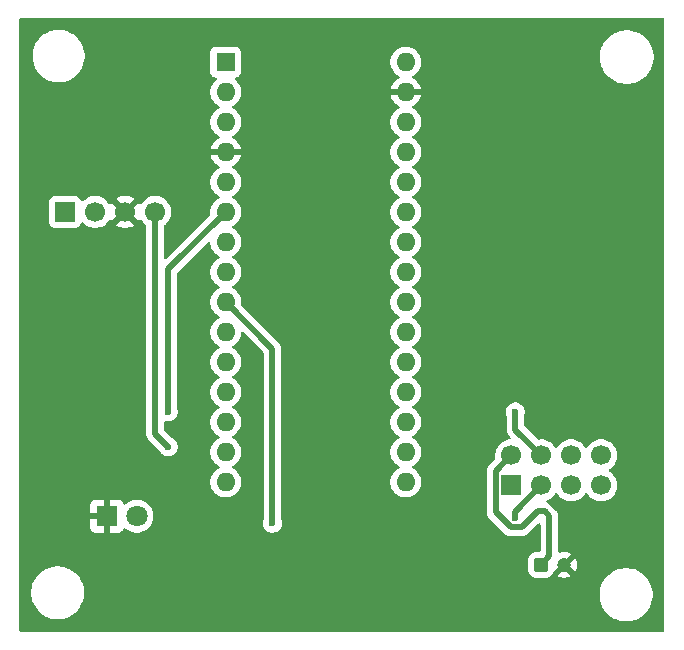
<source format=gbr>
%TF.GenerationSoftware,KiCad,Pcbnew,9.0.5*%
%TF.CreationDate,2025-11-11T16:31:37-05:00*%
%TF.ProjectId,Base_station_PCB_V0.3.1,42617365-5f73-4746-9174-696f6e5f5043,rev?*%
%TF.SameCoordinates,Original*%
%TF.FileFunction,Copper,L2,Bot*%
%TF.FilePolarity,Positive*%
%FSLAX46Y46*%
G04 Gerber Fmt 4.6, Leading zero omitted, Abs format (unit mm)*
G04 Created by KiCad (PCBNEW 9.0.5) date 2025-11-11 16:31:37*
%MOMM*%
%LPD*%
G01*
G04 APERTURE LIST*
G04 Aperture macros list*
%AMRoundRect*
0 Rectangle with rounded corners*
0 $1 Rounding radius*
0 $2 $3 $4 $5 $6 $7 $8 $9 X,Y pos of 4 corners*
0 Add a 4 corners polygon primitive as box body*
4,1,4,$2,$3,$4,$5,$6,$7,$8,$9,$2,$3,0*
0 Add four circle primitives for the rounded corners*
1,1,$1+$1,$2,$3*
1,1,$1+$1,$4,$5*
1,1,$1+$1,$6,$7*
1,1,$1+$1,$8,$9*
0 Add four rect primitives between the rounded corners*
20,1,$1+$1,$2,$3,$4,$5,0*
20,1,$1+$1,$4,$5,$6,$7,0*
20,1,$1+$1,$6,$7,$8,$9,0*
20,1,$1+$1,$8,$9,$2,$3,0*%
G04 Aperture macros list end*
%TA.AperFunction,ComponentPad*%
%ADD10R,1.800000X1.800000*%
%TD*%
%TA.AperFunction,ComponentPad*%
%ADD11C,1.800000*%
%TD*%
%TA.AperFunction,ComponentPad*%
%ADD12R,1.700000X1.700000*%
%TD*%
%TA.AperFunction,ComponentPad*%
%ADD13C,1.700000*%
%TD*%
%TA.AperFunction,ComponentPad*%
%ADD14RoundRect,0.250000X-0.350000X-0.350000X0.350000X-0.350000X0.350000X0.350000X-0.350000X0.350000X0*%
%TD*%
%TA.AperFunction,ComponentPad*%
%ADD15C,1.200000*%
%TD*%
%TA.AperFunction,ComponentPad*%
%ADD16R,1.600000X1.600000*%
%TD*%
%TA.AperFunction,ComponentPad*%
%ADD17O,1.600000X1.600000*%
%TD*%
%TA.AperFunction,ViaPad*%
%ADD18C,0.600000*%
%TD*%
%TA.AperFunction,Conductor*%
%ADD19C,0.500000*%
%TD*%
G04 APERTURE END LIST*
D10*
%TO.P,D1,1,K*%
%TO.N,GND*%
X97620000Y-107890000D03*
D11*
%TO.P,D1,2,A*%
%TO.N,Net-(D1-A)*%
X100160000Y-107890000D03*
%TD*%
D12*
%TO.P,U1,1,GND*%
%TO.N,GND*%
X131850000Y-105280000D03*
D13*
%TO.P,U1,2,VCC*%
%TO.N,Net-(J1-Pin_4)*%
X131850000Y-102740000D03*
%TO.P,U1,3,CE*%
%TO.N,Net-(A1-D6)*%
X134390000Y-105280000D03*
%TO.P,U1,4,~{CSN}*%
%TO.N,Net-(A1-D7)*%
X134390000Y-102740000D03*
%TO.P,U1,5,SCK*%
%TO.N,Net-(A1-D13)*%
X136930000Y-105280000D03*
%TO.P,U1,6,MOSI*%
%TO.N,Net-(A1-D11)*%
X136930000Y-102740000D03*
%TO.P,U1,7,MISO*%
%TO.N,Net-(A1-D12)*%
X139470000Y-105280000D03*
%TO.P,U1,8,IRQ*%
%TO.N,unconnected-(U1-IRQ-Pad8)*%
X139470000Y-102740000D03*
%TD*%
D12*
%TO.P,J1,1,Pin_1*%
%TO.N,Net-(A1-+5V)*%
X94090000Y-82130000D03*
D13*
%TO.P,J1,2,Pin_2*%
X96630000Y-82130000D03*
%TO.P,J1,3,Pin_3*%
%TO.N,GND*%
X99170000Y-82130000D03*
%TO.P,J1,4,Pin_4*%
%TO.N,Net-(J1-Pin_4)*%
X101710000Y-82130000D03*
%TD*%
D14*
%TO.P,C5,1*%
%TO.N,Net-(J1-Pin_4)*%
X134360000Y-112010000D03*
D15*
%TO.P,C5,2*%
%TO.N,GND*%
X136360000Y-112010000D03*
%TD*%
D16*
%TO.P,Ardunio Nano,1,D1/TX*%
%TO.N,unconnected-(A1-D1{slash}TX-Pad1)*%
X107680000Y-69430000D03*
D17*
%TO.P,Ardunio Nano,2,D0/RX*%
%TO.N,unconnected-(A1-D0{slash}RX-Pad2)*%
X107680000Y-71970000D03*
%TO.P,Ardunio Nano,3,~{RESET}*%
%TO.N,unconnected-(A1-~{RESET}-Pad3)*%
X107680000Y-74510000D03*
%TO.P,Ardunio Nano,4,GND*%
%TO.N,GND*%
X107680000Y-77050000D03*
%TO.P,Ardunio Nano,5,D2*%
%TO.N,unconnected-(A1-D2-Pad5)*%
X107680000Y-79590000D03*
%TO.P,Ardunio Nano,6,D3*%
%TO.N,Net-(A1-D3)*%
X107680000Y-82130000D03*
%TO.P,Ardunio Nano,7,D4*%
%TO.N,unconnected-(A1-D4-Pad7)*%
X107680000Y-84670000D03*
%TO.P,Ardunio Nano,8,D5*%
%TO.N,unconnected-(A1-D5-Pad8)*%
X107680000Y-87210000D03*
%TO.P,Ardunio Nano,9,D6*%
%TO.N,Net-(A1-D6)*%
X107680000Y-89750000D03*
%TO.P,Ardunio Nano,10,D7*%
%TO.N,Net-(A1-D7)*%
X107680000Y-92290000D03*
%TO.P,Ardunio Nano,11,D8*%
%TO.N,unconnected-(A1-D8-Pad11)*%
X107680000Y-94830000D03*
%TO.P,Ardunio Nano,12,D9*%
%TO.N,unconnected-(A1-D9-Pad12)*%
X107680000Y-97370000D03*
%TO.P,Ardunio Nano,13,D10*%
%TO.N,unconnected-(A1-D10-Pad13)*%
X107680000Y-99910000D03*
%TO.P,Ardunio Nano,14,D11*%
%TO.N,Net-(A1-D11)*%
X107680000Y-102450000D03*
%TO.P,Ardunio Nano,15,D12*%
%TO.N,Net-(A1-D12)*%
X107680000Y-104990000D03*
%TO.P,Ardunio Nano,16,D13*%
%TO.N,Net-(A1-D13)*%
X122920000Y-104990000D03*
%TO.P,Ardunio Nano,17,3V3*%
%TO.N,unconnected-(A1-3V3-Pad17)*%
X122920000Y-102450000D03*
%TO.P,Ardunio Nano,18,AREF*%
%TO.N,unconnected-(A1-AREF-Pad18)*%
X122920000Y-99910000D03*
%TO.P,Ardunio Nano,19,A0*%
%TO.N,unconnected-(A1-A0-Pad19)*%
X122920000Y-97370000D03*
%TO.P,Ardunio Nano,20,A1*%
%TO.N,unconnected-(A1-A1-Pad20)*%
X122920000Y-94830000D03*
%TO.P,Ardunio Nano,21,A2*%
%TO.N,unconnected-(A1-A2-Pad21)*%
X122920000Y-92290000D03*
%TO.P,Ardunio Nano,22,A3*%
%TO.N,unconnected-(A1-A3-Pad22)*%
X122920000Y-89750000D03*
%TO.P,Ardunio Nano,23,A4*%
%TO.N,unconnected-(A1-A4-Pad23)*%
X122920000Y-87210000D03*
%TO.P,Ardunio Nano,24,A5*%
%TO.N,unconnected-(A1-A5-Pad24)*%
X122920000Y-84670000D03*
%TO.P,Ardunio Nano,25,A6*%
%TO.N,unconnected-(A1-A6-Pad25)*%
X122920000Y-82130000D03*
%TO.P,Ardunio Nano,26,A7*%
%TO.N,unconnected-(A1-A7-Pad26)*%
X122920000Y-79590000D03*
%TO.P,Ardunio Nano,27,+5V*%
%TO.N,Net-(A1-+5V)*%
X122920000Y-77050000D03*
%TO.P,Ardunio Nano,28,~{RESET}*%
%TO.N,unconnected-(A1-~{RESET}-Pad28)*%
X122920000Y-74510000D03*
%TO.P,Ardunio Nano,29,GND*%
%TO.N,GND*%
X122920000Y-71970000D03*
%TO.P,Ardunio Nano,30,VIN*%
%TO.N,unconnected-(A1-VIN-Pad30)*%
X122920000Y-69430000D03*
%TD*%
D18*
%TO.N,GND*%
X143460000Y-103660000D03*
X117560000Y-105930000D03*
X119920000Y-98640000D03*
X113810000Y-98600000D03*
X126870000Y-98880000D03*
X102390000Y-111130000D03*
X112030000Y-87880000D03*
X132180000Y-79700000D03*
X127240000Y-92650000D03*
X141470000Y-93930000D03*
X141530000Y-79150000D03*
X136640000Y-85870000D03*
X93250000Y-107800000D03*
X119270000Y-79400000D03*
X119730000Y-90480000D03*
X111940000Y-79120000D03*
X115510000Y-71160000D03*
X92890000Y-73260000D03*
X99390000Y-71340000D03*
X99570000Y-88650000D03*
X95730000Y-88560000D03*
X94440000Y-103030000D03*
X124030000Y-114480000D03*
X114140000Y-114850000D03*
X101960000Y-114480000D03*
X127550000Y-85360000D03*
X136130000Y-72810000D03*
X127220000Y-73080000D03*
X125110000Y-104570000D03*
X127070000Y-105150000D03*
%TO.N,Net-(A1-D3)*%
X102823300Y-99066800D03*
%TO.N,Net-(J1-Pin_4)*%
X102823300Y-102019600D03*
%TO.N,Net-(A1-D7)*%
X132208300Y-99066800D03*
%TO.N,Net-(A1-D6)*%
X111638800Y-108487600D03*
X132140400Y-108081900D03*
%TO.N,GND*%
X128950000Y-105120000D03*
%TD*%
D19*
%TO.N,Net-(A1-D3)*%
X102823300Y-86986700D02*
X102823300Y-99066800D01*
X107680000Y-82130000D02*
X102823300Y-86986700D01*
%TO.N,Net-(J1-Pin_4)*%
X101710000Y-100906300D02*
X102823300Y-102019600D01*
X101710000Y-82130000D02*
X101710000Y-100906300D01*
X130540600Y-104049400D02*
X131850000Y-102740000D01*
X130540600Y-107570300D02*
X130540600Y-104049400D01*
X131807500Y-108837200D02*
X130540600Y-107570300D01*
X132749500Y-108837200D02*
X131807500Y-108837200D01*
X134099300Y-107487400D02*
X132749500Y-108837200D01*
X134680700Y-107487400D02*
X134099300Y-107487400D01*
X135091700Y-107898400D02*
X134680700Y-107487400D01*
X135091700Y-111278300D02*
X135091700Y-107898400D01*
X134360000Y-112010000D02*
X135091700Y-111278300D01*
%TO.N,Net-(A1-D7)*%
X132208300Y-100558300D02*
X132208300Y-99066800D01*
X134390000Y-102740000D02*
X132208300Y-100558300D01*
%TO.N,Net-(A1-D6)*%
X111638800Y-93708800D02*
X111638800Y-108487600D01*
X107680000Y-89750000D02*
X111638800Y-93708800D01*
X132140400Y-107529600D02*
X132140400Y-108081900D01*
X134390000Y-105280000D02*
X132140400Y-107529600D01*
%TD*%
%TA.AperFunction,Conductor*%
%TO.N,GND*%
G36*
X144772539Y-65730185D02*
G01*
X144818294Y-65782989D01*
X144829500Y-65834500D01*
X144829500Y-117535500D01*
X144809815Y-117602539D01*
X144757011Y-117648294D01*
X144705500Y-117659500D01*
X90324500Y-117659500D01*
X90257461Y-117639815D01*
X90211706Y-117587011D01*
X90200500Y-117535500D01*
X90200500Y-114222989D01*
X91207174Y-114222989D01*
X91207174Y-114517010D01*
X91225987Y-114659899D01*
X91245550Y-114808492D01*
X91252082Y-114832869D01*
X91321643Y-115092478D01*
X91434149Y-115364093D01*
X91434156Y-115364108D01*
X91581156Y-115618720D01*
X91760134Y-115851969D01*
X91760140Y-115851976D01*
X91968023Y-116059859D01*
X91968030Y-116059865D01*
X92201279Y-116238843D01*
X92455891Y-116385843D01*
X92455906Y-116385850D01*
X92596372Y-116444032D01*
X92727520Y-116498356D01*
X93011508Y-116574450D01*
X93302997Y-116612826D01*
X93303004Y-116612826D01*
X93596996Y-116612826D01*
X93597003Y-116612826D01*
X93888492Y-116574450D01*
X94172480Y-116498356D01*
X94444105Y-116385845D01*
X94698721Y-116238843D01*
X94931971Y-116059864D01*
X95139864Y-115851971D01*
X95318843Y-115618721D01*
X95465845Y-115364105D01*
X95578356Y-115092480D01*
X95654450Y-114808492D01*
X95692826Y-114517003D01*
X95692826Y-114392169D01*
X139334450Y-114392169D01*
X139334450Y-114687830D01*
X139334451Y-114687846D01*
X139373042Y-114980978D01*
X139449569Y-115266581D01*
X139562715Y-115539738D01*
X139562719Y-115539748D01*
X139710553Y-115795804D01*
X139890547Y-116030377D01*
X139890553Y-116030384D01*
X140099615Y-116239446D01*
X140099622Y-116239452D01*
X140334195Y-116419446D01*
X140590251Y-116567280D01*
X140590252Y-116567280D01*
X140590255Y-116567282D01*
X140700206Y-116612825D01*
X140863418Y-116680430D01*
X140863419Y-116680430D01*
X140863421Y-116680431D01*
X141149020Y-116756957D01*
X141442163Y-116795550D01*
X141442170Y-116795550D01*
X141737830Y-116795550D01*
X141737837Y-116795550D01*
X142030980Y-116756957D01*
X142316579Y-116680431D01*
X142589745Y-116567282D01*
X142845805Y-116419446D01*
X143080379Y-116239451D01*
X143289451Y-116030379D01*
X143469446Y-115795805D01*
X143617282Y-115539745D01*
X143730431Y-115266579D01*
X143806957Y-114980980D01*
X143845550Y-114687837D01*
X143845550Y-114392163D01*
X143806957Y-114099020D01*
X143730431Y-113813421D01*
X143617282Y-113540255D01*
X143551148Y-113425708D01*
X143469446Y-113284195D01*
X143289452Y-113049622D01*
X143289446Y-113049615D01*
X143080384Y-112840553D01*
X143080377Y-112840547D01*
X142845804Y-112660553D01*
X142589748Y-112512719D01*
X142589738Y-112512715D01*
X142316581Y-112399569D01*
X142030978Y-112323042D01*
X141737846Y-112284451D01*
X141737843Y-112284450D01*
X141737837Y-112284450D01*
X141442163Y-112284450D01*
X141442157Y-112284450D01*
X141442153Y-112284451D01*
X141149021Y-112323042D01*
X140863418Y-112399569D01*
X140590261Y-112512715D01*
X140590251Y-112512719D01*
X140334195Y-112660553D01*
X140099622Y-112840547D01*
X140099615Y-112840553D01*
X139890553Y-113049615D01*
X139890547Y-113049622D01*
X139710553Y-113284195D01*
X139562719Y-113540251D01*
X139562715Y-113540261D01*
X139449569Y-113813418D01*
X139373042Y-114099021D01*
X139334451Y-114392153D01*
X139334450Y-114392169D01*
X95692826Y-114392169D01*
X95692826Y-114222997D01*
X95654450Y-113931508D01*
X95578356Y-113647520D01*
X95504957Y-113470320D01*
X95465850Y-113375906D01*
X95465843Y-113375891D01*
X95318843Y-113121279D01*
X95139865Y-112888030D01*
X95139859Y-112888023D01*
X94931976Y-112680140D01*
X94931969Y-112680134D01*
X94698720Y-112501156D01*
X94444108Y-112354156D01*
X94444093Y-112354149D01*
X94172478Y-112241643D01*
X93995434Y-112194205D01*
X93888492Y-112165550D01*
X93823716Y-112157022D01*
X93597010Y-112127174D01*
X93597003Y-112127174D01*
X93302997Y-112127174D01*
X93302989Y-112127174D01*
X93043895Y-112161286D01*
X93011508Y-112165550D01*
X92935415Y-112185938D01*
X92727521Y-112241643D01*
X92455906Y-112354149D01*
X92455891Y-112354156D01*
X92201279Y-112501156D01*
X91968030Y-112680134D01*
X91968023Y-112680140D01*
X91760140Y-112888023D01*
X91760134Y-112888030D01*
X91581156Y-113121279D01*
X91434156Y-113375891D01*
X91434149Y-113375906D01*
X91321643Y-113647521D01*
X91245550Y-113931509D01*
X91207174Y-114222989D01*
X90200500Y-114222989D01*
X90200500Y-106942155D01*
X96220000Y-106942155D01*
X96220000Y-107640000D01*
X97244722Y-107640000D01*
X97200667Y-107716306D01*
X97170000Y-107830756D01*
X97170000Y-107949244D01*
X97200667Y-108063694D01*
X97244722Y-108140000D01*
X96220000Y-108140000D01*
X96220000Y-108837844D01*
X96226401Y-108897372D01*
X96226403Y-108897379D01*
X96276645Y-109032086D01*
X96276649Y-109032093D01*
X96362809Y-109147187D01*
X96362812Y-109147190D01*
X96477906Y-109233350D01*
X96477913Y-109233354D01*
X96612620Y-109283596D01*
X96612627Y-109283598D01*
X96672155Y-109289999D01*
X96672172Y-109290000D01*
X97370000Y-109290000D01*
X97370000Y-108265277D01*
X97446306Y-108309333D01*
X97560756Y-108340000D01*
X97679244Y-108340000D01*
X97793694Y-108309333D01*
X97870000Y-108265277D01*
X97870000Y-109290000D01*
X98567828Y-109290000D01*
X98567844Y-109289999D01*
X98627372Y-109283598D01*
X98627379Y-109283596D01*
X98762086Y-109233354D01*
X98762093Y-109233350D01*
X98877187Y-109147190D01*
X98877190Y-109147187D01*
X98963350Y-109032093D01*
X98963354Y-109032086D01*
X98993213Y-108952031D01*
X99035084Y-108896097D01*
X99100548Y-108871680D01*
X99168821Y-108886531D01*
X99197076Y-108907683D01*
X99247636Y-108958243D01*
X99247641Y-108958247D01*
X99403192Y-109071260D01*
X99425978Y-109087815D01*
X99542501Y-109147187D01*
X99622393Y-109187895D01*
X99622396Y-109187896D01*
X99727221Y-109221955D01*
X99832049Y-109256015D01*
X100049778Y-109290500D01*
X100049779Y-109290500D01*
X100270221Y-109290500D01*
X100270222Y-109290500D01*
X100487951Y-109256015D01*
X100697606Y-109187895D01*
X100894022Y-109087815D01*
X101072365Y-108958242D01*
X101228242Y-108802365D01*
X101357815Y-108624022D01*
X101457895Y-108427606D01*
X101526015Y-108217951D01*
X101560500Y-108000222D01*
X101560500Y-107779778D01*
X101526015Y-107562049D01*
X101491687Y-107456396D01*
X101457896Y-107352396D01*
X101457895Y-107352393D01*
X101410528Y-107259432D01*
X101357815Y-107155978D01*
X101274301Y-107041030D01*
X101228247Y-106977641D01*
X101228243Y-106977636D01*
X101072363Y-106821756D01*
X101072358Y-106821752D01*
X100894025Y-106692187D01*
X100894024Y-106692186D01*
X100894022Y-106692185D01*
X100810612Y-106649685D01*
X100697606Y-106592104D01*
X100697603Y-106592103D01*
X100487952Y-106523985D01*
X100379086Y-106506742D01*
X100270222Y-106489500D01*
X100049778Y-106489500D01*
X99977201Y-106500995D01*
X99832047Y-106523985D01*
X99622396Y-106592103D01*
X99622393Y-106592104D01*
X99425974Y-106692187D01*
X99247641Y-106821752D01*
X99247636Y-106821756D01*
X99197075Y-106872317D01*
X99135752Y-106905801D01*
X99066060Y-106900816D01*
X99010127Y-106858945D01*
X98993213Y-106827968D01*
X98963354Y-106747913D01*
X98963350Y-106747906D01*
X98877190Y-106632812D01*
X98877187Y-106632809D01*
X98762093Y-106546649D01*
X98762086Y-106546645D01*
X98627379Y-106496403D01*
X98627372Y-106496401D01*
X98567844Y-106490000D01*
X97870000Y-106490000D01*
X97870000Y-107514722D01*
X97793694Y-107470667D01*
X97679244Y-107440000D01*
X97560756Y-107440000D01*
X97446306Y-107470667D01*
X97370000Y-107514722D01*
X97370000Y-106490000D01*
X96672155Y-106490000D01*
X96612627Y-106496401D01*
X96612620Y-106496403D01*
X96477913Y-106546645D01*
X96477906Y-106546649D01*
X96362812Y-106632809D01*
X96362809Y-106632812D01*
X96276649Y-106747906D01*
X96276645Y-106747913D01*
X96226403Y-106882620D01*
X96226401Y-106882627D01*
X96220000Y-106942155D01*
X90200500Y-106942155D01*
X90200500Y-81232135D01*
X92739500Y-81232135D01*
X92739500Y-83027870D01*
X92739501Y-83027876D01*
X92745908Y-83087483D01*
X92796202Y-83222328D01*
X92796206Y-83222335D01*
X92882452Y-83337544D01*
X92882455Y-83337547D01*
X92997664Y-83423793D01*
X92997671Y-83423797D01*
X93132517Y-83474091D01*
X93132516Y-83474091D01*
X93139444Y-83474835D01*
X93192127Y-83480500D01*
X94987872Y-83480499D01*
X95047483Y-83474091D01*
X95182331Y-83423796D01*
X95297546Y-83337546D01*
X95383796Y-83222331D01*
X95432810Y-83090916D01*
X95474681Y-83034984D01*
X95540145Y-83010566D01*
X95608418Y-83025417D01*
X95636673Y-83046569D01*
X95750213Y-83160109D01*
X95922179Y-83285048D01*
X95922181Y-83285049D01*
X95922184Y-83285051D01*
X96111588Y-83381557D01*
X96313757Y-83447246D01*
X96523713Y-83480500D01*
X96523714Y-83480500D01*
X96736286Y-83480500D01*
X96736287Y-83480500D01*
X96946243Y-83447246D01*
X97148412Y-83381557D01*
X97337816Y-83285051D01*
X97424138Y-83222335D01*
X97509786Y-83160109D01*
X97509788Y-83160106D01*
X97509792Y-83160104D01*
X97660104Y-83009792D01*
X97660106Y-83009788D01*
X97660109Y-83009786D01*
X97745890Y-82891717D01*
X97785051Y-82837816D01*
X97789793Y-82828508D01*
X97837763Y-82777711D01*
X97905583Y-82760911D01*
X97971719Y-82783445D01*
X98010763Y-82828500D01*
X98015373Y-82837547D01*
X98054728Y-82891716D01*
X98687037Y-82259408D01*
X98704075Y-82322993D01*
X98769901Y-82437007D01*
X98862993Y-82530099D01*
X98977007Y-82595925D01*
X99040590Y-82612962D01*
X98408282Y-83245269D01*
X98408282Y-83245270D01*
X98462449Y-83284624D01*
X98651782Y-83381095D01*
X98853870Y-83446757D01*
X99063754Y-83480000D01*
X99276246Y-83480000D01*
X99486127Y-83446757D01*
X99486130Y-83446757D01*
X99688217Y-83381095D01*
X99877554Y-83284622D01*
X99931716Y-83245270D01*
X99931717Y-83245270D01*
X99299408Y-82612962D01*
X99362993Y-82595925D01*
X99477007Y-82530099D01*
X99570099Y-82437007D01*
X99635925Y-82322993D01*
X99652962Y-82259408D01*
X100285270Y-82891717D01*
X100285270Y-82891716D01*
X100324622Y-82837555D01*
X100329232Y-82828507D01*
X100377205Y-82777709D01*
X100445025Y-82760912D01*
X100511161Y-82783447D01*
X100550204Y-82828504D01*
X100554949Y-82837817D01*
X100679890Y-83009786D01*
X100679896Y-83009792D01*
X100830208Y-83160104D01*
X100908384Y-83216902D01*
X100951051Y-83272231D01*
X100959500Y-83317220D01*
X100959500Y-100980218D01*
X100959500Y-100980220D01*
X100959499Y-100980220D01*
X100988340Y-101125207D01*
X100988343Y-101125217D01*
X101044913Y-101261790D01*
X101044914Y-101261792D01*
X101076324Y-101308800D01*
X101076325Y-101308802D01*
X101127043Y-101384710D01*
X101127047Y-101384715D01*
X102077227Y-102334895D01*
X102104107Y-102375123D01*
X102113904Y-102398775D01*
X102113909Y-102398785D01*
X102201510Y-102529888D01*
X102201513Y-102529892D01*
X102313007Y-102641386D01*
X102313011Y-102641389D01*
X102444114Y-102728990D01*
X102444127Y-102728997D01*
X102505780Y-102754534D01*
X102589803Y-102789337D01*
X102744453Y-102820099D01*
X102744456Y-102820100D01*
X102744458Y-102820100D01*
X102902144Y-102820100D01*
X102902145Y-102820099D01*
X103056797Y-102789337D01*
X103202479Y-102728994D01*
X103333589Y-102641389D01*
X103445089Y-102529889D01*
X103532694Y-102398779D01*
X103593037Y-102253097D01*
X103623800Y-102098442D01*
X103623800Y-101940758D01*
X103623800Y-101940755D01*
X103623799Y-101940753D01*
X103607778Y-101860213D01*
X103593037Y-101786103D01*
X103585700Y-101768390D01*
X103532697Y-101640427D01*
X103532690Y-101640414D01*
X103445089Y-101509311D01*
X103445086Y-101509307D01*
X103333592Y-101397813D01*
X103333588Y-101397810D01*
X103202485Y-101310209D01*
X103202475Y-101310204D01*
X103178823Y-101300407D01*
X103138595Y-101273527D01*
X102496819Y-100631751D01*
X102463334Y-100570428D01*
X102460500Y-100544070D01*
X102460500Y-99961911D01*
X102480185Y-99894872D01*
X102532989Y-99849117D01*
X102602147Y-99839173D01*
X102608681Y-99840292D01*
X102652164Y-99848941D01*
X102744455Y-99867300D01*
X102744458Y-99867300D01*
X102902144Y-99867300D01*
X102902145Y-99867299D01*
X103056797Y-99836537D01*
X103202479Y-99776194D01*
X103333589Y-99688589D01*
X103445089Y-99577089D01*
X103532694Y-99445979D01*
X103593037Y-99300297D01*
X103623800Y-99145642D01*
X103623800Y-98987958D01*
X103623800Y-98987955D01*
X103623799Y-98987953D01*
X103593039Y-98833311D01*
X103593038Y-98833308D01*
X103593037Y-98833303D01*
X103583237Y-98809644D01*
X103573800Y-98762196D01*
X103573800Y-87348929D01*
X103593485Y-87281890D01*
X103610114Y-87261253D01*
X106169068Y-84702298D01*
X106230389Y-84668815D01*
X106300081Y-84673799D01*
X106356014Y-84715671D01*
X106379220Y-84770583D01*
X106411522Y-84974534D01*
X106474781Y-85169223D01*
X106567715Y-85351613D01*
X106688028Y-85517213D01*
X106832786Y-85661971D01*
X106987749Y-85774556D01*
X106998390Y-85782287D01*
X107089840Y-85828883D01*
X107091080Y-85829515D01*
X107141876Y-85877490D01*
X107158671Y-85945311D01*
X107136134Y-86011446D01*
X107091080Y-86050485D01*
X106998386Y-86097715D01*
X106832786Y-86218028D01*
X106688028Y-86362786D01*
X106567715Y-86528386D01*
X106474781Y-86710776D01*
X106411522Y-86905465D01*
X106379500Y-87107648D01*
X106379500Y-87312351D01*
X106411522Y-87514534D01*
X106474781Y-87709223D01*
X106567715Y-87891613D01*
X106688028Y-88057213D01*
X106832786Y-88201971D01*
X106987749Y-88314556D01*
X106998390Y-88322287D01*
X107089840Y-88368883D01*
X107091080Y-88369515D01*
X107141876Y-88417490D01*
X107158671Y-88485311D01*
X107136134Y-88551446D01*
X107091080Y-88590485D01*
X106998386Y-88637715D01*
X106832786Y-88758028D01*
X106688028Y-88902786D01*
X106567715Y-89068386D01*
X106474781Y-89250776D01*
X106411522Y-89445465D01*
X106379500Y-89647648D01*
X106379500Y-89852351D01*
X106411522Y-90054534D01*
X106474781Y-90249223D01*
X106567715Y-90431613D01*
X106688028Y-90597213D01*
X106832786Y-90741971D01*
X106987749Y-90854556D01*
X106998390Y-90862287D01*
X107089840Y-90908883D01*
X107091080Y-90909515D01*
X107141876Y-90957490D01*
X107158671Y-91025311D01*
X107136134Y-91091446D01*
X107091080Y-91130485D01*
X106998386Y-91177715D01*
X106832786Y-91298028D01*
X106688028Y-91442786D01*
X106567715Y-91608386D01*
X106474781Y-91790776D01*
X106411522Y-91985465D01*
X106379500Y-92187648D01*
X106379500Y-92392351D01*
X106411522Y-92594534D01*
X106474781Y-92789223D01*
X106567715Y-92971613D01*
X106688028Y-93137213D01*
X106832786Y-93281971D01*
X106987749Y-93394556D01*
X106998390Y-93402287D01*
X107089840Y-93448883D01*
X107091080Y-93449515D01*
X107141876Y-93497490D01*
X107158671Y-93565311D01*
X107136134Y-93631446D01*
X107091080Y-93670485D01*
X106998386Y-93717715D01*
X106832786Y-93838028D01*
X106688028Y-93982786D01*
X106567715Y-94148386D01*
X106474781Y-94330776D01*
X106411522Y-94525465D01*
X106379500Y-94727648D01*
X106379500Y-94932351D01*
X106411522Y-95134534D01*
X106474781Y-95329223D01*
X106567715Y-95511613D01*
X106688028Y-95677213D01*
X106832786Y-95821971D01*
X106987749Y-95934556D01*
X106998390Y-95942287D01*
X107089840Y-95988883D01*
X107091080Y-95989515D01*
X107141876Y-96037490D01*
X107158671Y-96105311D01*
X107136134Y-96171446D01*
X107091080Y-96210485D01*
X106998386Y-96257715D01*
X106832786Y-96378028D01*
X106688028Y-96522786D01*
X106567715Y-96688386D01*
X106474781Y-96870776D01*
X106411522Y-97065465D01*
X106379500Y-97267648D01*
X106379500Y-97472351D01*
X106411522Y-97674534D01*
X106474781Y-97869223D01*
X106567715Y-98051613D01*
X106688028Y-98217213D01*
X106832786Y-98361971D01*
X106947086Y-98445013D01*
X106998390Y-98482287D01*
X107089840Y-98528883D01*
X107091080Y-98529515D01*
X107141876Y-98577490D01*
X107158671Y-98645311D01*
X107136134Y-98711446D01*
X107091080Y-98750485D01*
X106998386Y-98797715D01*
X106832786Y-98918028D01*
X106688028Y-99062786D01*
X106567715Y-99228386D01*
X106474781Y-99410776D01*
X106411522Y-99605465D01*
X106379500Y-99807648D01*
X106379500Y-100012351D01*
X106411522Y-100214534D01*
X106474781Y-100409223D01*
X106538691Y-100534653D01*
X106556920Y-100570428D01*
X106567715Y-100591613D01*
X106688028Y-100757213D01*
X106832786Y-100901971D01*
X106940489Y-100980220D01*
X106998390Y-101022287D01*
X107089840Y-101068883D01*
X107091080Y-101069515D01*
X107141876Y-101117490D01*
X107158671Y-101185311D01*
X107136134Y-101251446D01*
X107091080Y-101290485D01*
X106998386Y-101337715D01*
X106832786Y-101458028D01*
X106688028Y-101602786D01*
X106567715Y-101768386D01*
X106474781Y-101950776D01*
X106411522Y-102145465D01*
X106379500Y-102347648D01*
X106379500Y-102552351D01*
X106411522Y-102754534D01*
X106474781Y-102949223D01*
X106567715Y-103131613D01*
X106688028Y-103297213D01*
X106832786Y-103441971D01*
X106987749Y-103554556D01*
X106998390Y-103562287D01*
X107089840Y-103608883D01*
X107091080Y-103609515D01*
X107141876Y-103657490D01*
X107158671Y-103725311D01*
X107136134Y-103791446D01*
X107091080Y-103830485D01*
X106998386Y-103877715D01*
X106832786Y-103998028D01*
X106688028Y-104142786D01*
X106567715Y-104308386D01*
X106474781Y-104490776D01*
X106411522Y-104685465D01*
X106379500Y-104887648D01*
X106379500Y-105092351D01*
X106411522Y-105294534D01*
X106474781Y-105489223D01*
X106567715Y-105671613D01*
X106688028Y-105837213D01*
X106832786Y-105981971D01*
X106987749Y-106094556D01*
X106998390Y-106102287D01*
X107111238Y-106159786D01*
X107180776Y-106195218D01*
X107180778Y-106195218D01*
X107180781Y-106195220D01*
X107285137Y-106229127D01*
X107375465Y-106258477D01*
X107476557Y-106274488D01*
X107577648Y-106290500D01*
X107577649Y-106290500D01*
X107782351Y-106290500D01*
X107782352Y-106290500D01*
X107984534Y-106258477D01*
X108179219Y-106195220D01*
X108361610Y-106102287D01*
X108519162Y-105987820D01*
X108527213Y-105981971D01*
X108527215Y-105981968D01*
X108527219Y-105981966D01*
X108671966Y-105837219D01*
X108671968Y-105837215D01*
X108671971Y-105837213D01*
X108786119Y-105680099D01*
X108792287Y-105671610D01*
X108885220Y-105489219D01*
X108948477Y-105294534D01*
X108980500Y-105092352D01*
X108980500Y-104887648D01*
X108948477Y-104685466D01*
X108885220Y-104490781D01*
X108885218Y-104490778D01*
X108885218Y-104490776D01*
X108839073Y-104400213D01*
X108792287Y-104308390D01*
X108749784Y-104249889D01*
X108671971Y-104142786D01*
X108527213Y-103998028D01*
X108361614Y-103877715D01*
X108355006Y-103874348D01*
X108268917Y-103830483D01*
X108218123Y-103782511D01*
X108201328Y-103714690D01*
X108223865Y-103648555D01*
X108268917Y-103609516D01*
X108361610Y-103562287D01*
X108519162Y-103447820D01*
X108527213Y-103441971D01*
X108527215Y-103441968D01*
X108527219Y-103441966D01*
X108671966Y-103297219D01*
X108671968Y-103297215D01*
X108671971Y-103297213D01*
X108741400Y-103201650D01*
X108792287Y-103131610D01*
X108885220Y-102949219D01*
X108948477Y-102754534D01*
X108980500Y-102552352D01*
X108980500Y-102347648D01*
X108948477Y-102145466D01*
X108885220Y-101950781D01*
X108885218Y-101950778D01*
X108885218Y-101950776D01*
X108839073Y-101860213D01*
X108792287Y-101768390D01*
X108749785Y-101709890D01*
X108671971Y-101602786D01*
X108527213Y-101458028D01*
X108361614Y-101337715D01*
X108355006Y-101334348D01*
X108268917Y-101290483D01*
X108218123Y-101242511D01*
X108201328Y-101174690D01*
X108223865Y-101108555D01*
X108268917Y-101069516D01*
X108361610Y-101022287D01*
X108419511Y-100980220D01*
X108527213Y-100901971D01*
X108527215Y-100901968D01*
X108527219Y-100901966D01*
X108671966Y-100757219D01*
X108671968Y-100757215D01*
X108671971Y-100757213D01*
X108762782Y-100632220D01*
X108792287Y-100591610D01*
X108885220Y-100409219D01*
X108948477Y-100214534D01*
X108980500Y-100012352D01*
X108980500Y-99807648D01*
X108948477Y-99605466D01*
X108939256Y-99577088D01*
X108896658Y-99445985D01*
X108885220Y-99410781D01*
X108885218Y-99410778D01*
X108885218Y-99410776D01*
X108840978Y-99323951D01*
X108792287Y-99228390D01*
X108784556Y-99217749D01*
X108671971Y-99062786D01*
X108527213Y-98918028D01*
X108361614Y-98797715D01*
X108340310Y-98786860D01*
X108268917Y-98750483D01*
X108218123Y-98702511D01*
X108201328Y-98634690D01*
X108223865Y-98568555D01*
X108268917Y-98529516D01*
X108361610Y-98482287D01*
X108412914Y-98445013D01*
X108527213Y-98361971D01*
X108527215Y-98361968D01*
X108527219Y-98361966D01*
X108671966Y-98217219D01*
X108671968Y-98217215D01*
X108671971Y-98217213D01*
X108724732Y-98144590D01*
X108792287Y-98051610D01*
X108885220Y-97869219D01*
X108948477Y-97674534D01*
X108980500Y-97472352D01*
X108980500Y-97267648D01*
X108948477Y-97065466D01*
X108885220Y-96870781D01*
X108885218Y-96870778D01*
X108885218Y-96870776D01*
X108851503Y-96804607D01*
X108792287Y-96688390D01*
X108784556Y-96677749D01*
X108671971Y-96522786D01*
X108527213Y-96378028D01*
X108361614Y-96257715D01*
X108355006Y-96254348D01*
X108268917Y-96210483D01*
X108218123Y-96162511D01*
X108201328Y-96094690D01*
X108223865Y-96028555D01*
X108268917Y-95989516D01*
X108361610Y-95942287D01*
X108382770Y-95926913D01*
X108527213Y-95821971D01*
X108527215Y-95821968D01*
X108527219Y-95821966D01*
X108671966Y-95677219D01*
X108671968Y-95677215D01*
X108671971Y-95677213D01*
X108724732Y-95604590D01*
X108792287Y-95511610D01*
X108885220Y-95329219D01*
X108948477Y-95134534D01*
X108980500Y-94932352D01*
X108980500Y-94727648D01*
X108948477Y-94525466D01*
X108885220Y-94330781D01*
X108885218Y-94330778D01*
X108885218Y-94330776D01*
X108851503Y-94264607D01*
X108792287Y-94148390D01*
X108784556Y-94137749D01*
X108671971Y-93982786D01*
X108527213Y-93838028D01*
X108361614Y-93717715D01*
X108355006Y-93714348D01*
X108268917Y-93670483D01*
X108218123Y-93622511D01*
X108201328Y-93554690D01*
X108223865Y-93488555D01*
X108268917Y-93449516D01*
X108361610Y-93402287D01*
X108382770Y-93386913D01*
X108527213Y-93281971D01*
X108527215Y-93281968D01*
X108527219Y-93281966D01*
X108671966Y-93137219D01*
X108671968Y-93137215D01*
X108671971Y-93137213D01*
X108724732Y-93064590D01*
X108792287Y-92971610D01*
X108885220Y-92789219D01*
X108948477Y-92594534D01*
X108980500Y-92392352D01*
X108980500Y-92392345D01*
X108980779Y-92390584D01*
X109010708Y-92327450D01*
X109070019Y-92290518D01*
X109139882Y-92291516D01*
X109190933Y-92322301D01*
X110851981Y-93983348D01*
X110885466Y-94044671D01*
X110888300Y-94071029D01*
X110888300Y-108182996D01*
X110878862Y-108230444D01*
X110869063Y-108254103D01*
X110869062Y-108254106D01*
X110869060Y-108254111D01*
X110838300Y-108408753D01*
X110838300Y-108566446D01*
X110869061Y-108721089D01*
X110869064Y-108721101D01*
X110929402Y-108866772D01*
X110929409Y-108866785D01*
X111017010Y-108997888D01*
X111017013Y-108997892D01*
X111128507Y-109109386D01*
X111128511Y-109109389D01*
X111259614Y-109196990D01*
X111259627Y-109196997D01*
X111347402Y-109233354D01*
X111405303Y-109257337D01*
X111537315Y-109283596D01*
X111559953Y-109288099D01*
X111559956Y-109288100D01*
X111559958Y-109288100D01*
X111717644Y-109288100D01*
X111717645Y-109288099D01*
X111872297Y-109257337D01*
X112017979Y-109196994D01*
X112149089Y-109109389D01*
X112260589Y-108997889D01*
X112348194Y-108866779D01*
X112408537Y-108721097D01*
X112439300Y-108566442D01*
X112439300Y-108408758D01*
X112439300Y-108408755D01*
X112439299Y-108408753D01*
X112408539Y-108254111D01*
X112408538Y-108254108D01*
X112408537Y-108254103D01*
X112398737Y-108230444D01*
X112389300Y-108182996D01*
X112389300Y-107644220D01*
X129790099Y-107644220D01*
X129818940Y-107789207D01*
X129818943Y-107789217D01*
X129875514Y-107925792D01*
X129902256Y-107965814D01*
X129902257Y-107965817D01*
X129957646Y-108048714D01*
X129957652Y-108048721D01*
X131224549Y-109315616D01*
X131329083Y-109420150D01*
X131329085Y-109420152D01*
X131451998Y-109502280D01*
X131452011Y-109502287D01*
X131588582Y-109558856D01*
X131588587Y-109558858D01*
X131588591Y-109558858D01*
X131588592Y-109558859D01*
X131733579Y-109587700D01*
X131733582Y-109587700D01*
X132823420Y-109587700D01*
X132920962Y-109568296D01*
X132968413Y-109558858D01*
X133104995Y-109502284D01*
X133154229Y-109469386D01*
X133227916Y-109420152D01*
X134129519Y-108518547D01*
X134190842Y-108485063D01*
X134260533Y-108490047D01*
X134316467Y-108531919D01*
X134340884Y-108597383D01*
X134341200Y-108606229D01*
X134341200Y-110785500D01*
X134321515Y-110852539D01*
X134268711Y-110898294D01*
X134217200Y-110909500D01*
X133959999Y-110909500D01*
X133959980Y-110909501D01*
X133857203Y-110920000D01*
X133857200Y-110920001D01*
X133690668Y-110975185D01*
X133690663Y-110975187D01*
X133541342Y-111067289D01*
X133417289Y-111191342D01*
X133325187Y-111340663D01*
X133325186Y-111340666D01*
X133270001Y-111507203D01*
X133270001Y-111507204D01*
X133270000Y-111507204D01*
X133259500Y-111609983D01*
X133259500Y-112410001D01*
X133259501Y-112410019D01*
X133270000Y-112512796D01*
X133270001Y-112512799D01*
X133325185Y-112679331D01*
X133325187Y-112679336D01*
X133325683Y-112680140D01*
X133417288Y-112828656D01*
X133541344Y-112952712D01*
X133690666Y-113044814D01*
X133857203Y-113099999D01*
X133959991Y-113110500D01*
X134760008Y-113110499D01*
X134760016Y-113110498D01*
X134760019Y-113110498D01*
X134816302Y-113104748D01*
X134862797Y-113099999D01*
X135029334Y-113044814D01*
X135178656Y-112952712D01*
X135185079Y-112946289D01*
X135777261Y-112946289D01*
X135777262Y-112946290D01*
X135783471Y-112950801D01*
X135937742Y-113029408D01*
X136102415Y-113082914D01*
X136273429Y-113110000D01*
X136446571Y-113110000D01*
X136617584Y-113082914D01*
X136782257Y-113029408D01*
X136936525Y-112950803D01*
X136942736Y-112946289D01*
X136942737Y-112946289D01*
X136360001Y-112363553D01*
X136360000Y-112363553D01*
X135777261Y-112946289D01*
X135185079Y-112946289D01*
X135302712Y-112828656D01*
X135394814Y-112679334D01*
X135414167Y-112620930D01*
X135444191Y-112572254D01*
X136065145Y-111951300D01*
X136060000Y-111970504D01*
X136060000Y-112049496D01*
X136080444Y-112125796D01*
X136119940Y-112194205D01*
X136175795Y-112250060D01*
X136244204Y-112289556D01*
X136320504Y-112310000D01*
X136399496Y-112310000D01*
X136475796Y-112289556D01*
X136544205Y-112250060D01*
X136600060Y-112194205D01*
X136639556Y-112125796D01*
X136660000Y-112049496D01*
X136660000Y-112009999D01*
X136713553Y-112009999D01*
X136713553Y-112010000D01*
X137296289Y-112592736D01*
X137300803Y-112586525D01*
X137379408Y-112432257D01*
X137432914Y-112267584D01*
X137460000Y-112096571D01*
X137460000Y-111923428D01*
X137432914Y-111752415D01*
X137379408Y-111587742D01*
X137300801Y-111433471D01*
X137296290Y-111427262D01*
X137296289Y-111427261D01*
X136713553Y-112009999D01*
X136660000Y-112009999D01*
X136660000Y-111970504D01*
X136639556Y-111894204D01*
X136600060Y-111825795D01*
X136544205Y-111769940D01*
X136475796Y-111730444D01*
X136399496Y-111710000D01*
X136320504Y-111710000D01*
X136301300Y-111715145D01*
X136942737Y-111073709D01*
X136936525Y-111069196D01*
X136782259Y-110990592D01*
X136617584Y-110937085D01*
X136446571Y-110910000D01*
X136273429Y-110910000D01*
X136102414Y-110937086D01*
X136102411Y-110937086D01*
X136004518Y-110968894D01*
X135934677Y-110970889D01*
X135874844Y-110934808D01*
X135844016Y-110872107D01*
X135842200Y-110850963D01*
X135842200Y-107824479D01*
X135813359Y-107679492D01*
X135813358Y-107679491D01*
X135813358Y-107679487D01*
X135756784Y-107542905D01*
X135698983Y-107456399D01*
X135674652Y-107419984D01*
X135418101Y-107163433D01*
X135159121Y-106904452D01*
X135159114Y-106904446D01*
X135075595Y-106848641D01*
X135075595Y-106848642D01*
X135036195Y-106822316D01*
X135034843Y-106821756D01*
X134897174Y-106764731D01*
X134842771Y-106720890D01*
X134820706Y-106654596D01*
X134837985Y-106586896D01*
X134889123Y-106539286D01*
X134906307Y-106532240D01*
X134908412Y-106531557D01*
X135097816Y-106435051D01*
X135119789Y-106419086D01*
X135269786Y-106310109D01*
X135269788Y-106310106D01*
X135269792Y-106310104D01*
X135420104Y-106159792D01*
X135420106Y-106159788D01*
X135420109Y-106159786D01*
X135545048Y-105987820D01*
X135545047Y-105987820D01*
X135545051Y-105987816D01*
X135549514Y-105979054D01*
X135597488Y-105928259D01*
X135665308Y-105911463D01*
X135731444Y-105933999D01*
X135770484Y-105979054D01*
X135771971Y-105981971D01*
X135774951Y-105987820D01*
X135899890Y-106159786D01*
X136050213Y-106310109D01*
X136222179Y-106435048D01*
X136222181Y-106435049D01*
X136222184Y-106435051D01*
X136411588Y-106531557D01*
X136613757Y-106597246D01*
X136823713Y-106630500D01*
X136823714Y-106630500D01*
X137036286Y-106630500D01*
X137036287Y-106630500D01*
X137246243Y-106597246D01*
X137448412Y-106531557D01*
X137637816Y-106435051D01*
X137659789Y-106419086D01*
X137809786Y-106310109D01*
X137809788Y-106310106D01*
X137809792Y-106310104D01*
X137960104Y-106159792D01*
X137960106Y-106159788D01*
X137960109Y-106159786D01*
X138085048Y-105987820D01*
X138085047Y-105987820D01*
X138085051Y-105987816D01*
X138089514Y-105979054D01*
X138137488Y-105928259D01*
X138205308Y-105911463D01*
X138271444Y-105933999D01*
X138310484Y-105979054D01*
X138311971Y-105981971D01*
X138314951Y-105987820D01*
X138439890Y-106159786D01*
X138590213Y-106310109D01*
X138762179Y-106435048D01*
X138762181Y-106435049D01*
X138762184Y-106435051D01*
X138951588Y-106531557D01*
X139153757Y-106597246D01*
X139363713Y-106630500D01*
X139363714Y-106630500D01*
X139576286Y-106630500D01*
X139576287Y-106630500D01*
X139786243Y-106597246D01*
X139988412Y-106531557D01*
X140177816Y-106435051D01*
X140199789Y-106419086D01*
X140349786Y-106310109D01*
X140349788Y-106310106D01*
X140349792Y-106310104D01*
X140500104Y-106159792D01*
X140500106Y-106159788D01*
X140500109Y-106159786D01*
X140625048Y-105987820D01*
X140625047Y-105987820D01*
X140625051Y-105987816D01*
X140721557Y-105798412D01*
X140787246Y-105596243D01*
X140820500Y-105386287D01*
X140820500Y-105173713D01*
X140787246Y-104963757D01*
X140721557Y-104761588D01*
X140625051Y-104572184D01*
X140625049Y-104572181D01*
X140625048Y-104572179D01*
X140500109Y-104400213D01*
X140349786Y-104249890D01*
X140177820Y-104124951D01*
X140177115Y-104124591D01*
X140169054Y-104120485D01*
X140118259Y-104072512D01*
X140101463Y-104004692D01*
X140123999Y-103938556D01*
X140169054Y-103899515D01*
X140177816Y-103895051D01*
X140201680Y-103877713D01*
X140349786Y-103770109D01*
X140349788Y-103770106D01*
X140349792Y-103770104D01*
X140500104Y-103619792D01*
X140500106Y-103619788D01*
X140500109Y-103619786D01*
X140625048Y-103447820D01*
X140625047Y-103447820D01*
X140625051Y-103447816D01*
X140721557Y-103258412D01*
X140787246Y-103056243D01*
X140820500Y-102846287D01*
X140820500Y-102633713D01*
X140787246Y-102423757D01*
X140721557Y-102221588D01*
X140625051Y-102032184D01*
X140625049Y-102032181D01*
X140625048Y-102032179D01*
X140500109Y-101860213D01*
X140349786Y-101709890D01*
X140177820Y-101584951D01*
X139988414Y-101488444D01*
X139988413Y-101488443D01*
X139988412Y-101488443D01*
X139786243Y-101422754D01*
X139786241Y-101422753D01*
X139786240Y-101422753D01*
X139614283Y-101395518D01*
X139576287Y-101389500D01*
X139363713Y-101389500D01*
X139325717Y-101395518D01*
X139153760Y-101422753D01*
X138951585Y-101488444D01*
X138762179Y-101584951D01*
X138590213Y-101709890D01*
X138439890Y-101860213D01*
X138314949Y-102032182D01*
X138310484Y-102040946D01*
X138262509Y-102091742D01*
X138194688Y-102108536D01*
X138128553Y-102085998D01*
X138089516Y-102040946D01*
X138085050Y-102032182D01*
X137960109Y-101860213D01*
X137809786Y-101709890D01*
X137637820Y-101584951D01*
X137448414Y-101488444D01*
X137448413Y-101488443D01*
X137448412Y-101488443D01*
X137246243Y-101422754D01*
X137246241Y-101422753D01*
X137246240Y-101422753D01*
X137074283Y-101395518D01*
X137036287Y-101389500D01*
X136823713Y-101389500D01*
X136785717Y-101395518D01*
X136613760Y-101422753D01*
X136411585Y-101488444D01*
X136222179Y-101584951D01*
X136050213Y-101709890D01*
X135899890Y-101860213D01*
X135774949Y-102032182D01*
X135770484Y-102040946D01*
X135722509Y-102091742D01*
X135654688Y-102108536D01*
X135588553Y-102085998D01*
X135549516Y-102040946D01*
X135545050Y-102032182D01*
X135420109Y-101860213D01*
X135269786Y-101709890D01*
X135097820Y-101584951D01*
X134908414Y-101488444D01*
X134908413Y-101488443D01*
X134908412Y-101488443D01*
X134706243Y-101422754D01*
X134706241Y-101422753D01*
X134706240Y-101422753D01*
X134534283Y-101395518D01*
X134496287Y-101389500D01*
X134283713Y-101389500D01*
X134283708Y-101389500D01*
X134188271Y-101404616D01*
X134118978Y-101395662D01*
X134081192Y-101369824D01*
X132995119Y-100283751D01*
X132961634Y-100222428D01*
X132958800Y-100196070D01*
X132958800Y-99371404D01*
X132968239Y-99323951D01*
X132978037Y-99300297D01*
X133008800Y-99145642D01*
X133008800Y-98987958D01*
X133008800Y-98987955D01*
X133008799Y-98987953D01*
X132994890Y-98918028D01*
X132978037Y-98833303D01*
X132978035Y-98833298D01*
X132917697Y-98687627D01*
X132917690Y-98687614D01*
X132830089Y-98556511D01*
X132830086Y-98556507D01*
X132718592Y-98445013D01*
X132718588Y-98445010D01*
X132587485Y-98357409D01*
X132587472Y-98357402D01*
X132441801Y-98297064D01*
X132441789Y-98297061D01*
X132287145Y-98266300D01*
X132287142Y-98266300D01*
X132129458Y-98266300D01*
X132129455Y-98266300D01*
X131974810Y-98297061D01*
X131974798Y-98297064D01*
X131829127Y-98357402D01*
X131829114Y-98357409D01*
X131698011Y-98445010D01*
X131698007Y-98445013D01*
X131586513Y-98556507D01*
X131586510Y-98556511D01*
X131498909Y-98687614D01*
X131498902Y-98687627D01*
X131438564Y-98833298D01*
X131438561Y-98833310D01*
X131407800Y-98987953D01*
X131407800Y-99145646D01*
X131438561Y-99300289D01*
X131438563Y-99300297D01*
X131448361Y-99323951D01*
X131457800Y-99371404D01*
X131457800Y-100632218D01*
X131457800Y-100632220D01*
X131457799Y-100632220D01*
X131486640Y-100777207D01*
X131486643Y-100777217D01*
X131543214Y-100913792D01*
X131576112Y-100963027D01*
X131576113Y-100963030D01*
X131625346Y-101036714D01*
X131625347Y-101036715D01*
X131625348Y-101036716D01*
X131773997Y-101185365D01*
X131807481Y-101246687D01*
X131802497Y-101316378D01*
X131760626Y-101372312D01*
X131705713Y-101395518D01*
X131533760Y-101422753D01*
X131331585Y-101488444D01*
X131142179Y-101584951D01*
X130970213Y-101709890D01*
X130819890Y-101860213D01*
X130694951Y-102032179D01*
X130598444Y-102221585D01*
X130532753Y-102423760D01*
X130499500Y-102633713D01*
X130499500Y-102846292D01*
X130514616Y-102941728D01*
X130505662Y-103011021D01*
X130479824Y-103048807D01*
X129957652Y-103570978D01*
X129957649Y-103570981D01*
X129920465Y-103626631D01*
X129920466Y-103626632D01*
X129875514Y-103693908D01*
X129818943Y-103830482D01*
X129818940Y-103830492D01*
X129790100Y-103975479D01*
X129790100Y-103975482D01*
X129790100Y-107644218D01*
X129790100Y-107644220D01*
X129790099Y-107644220D01*
X112389300Y-107644220D01*
X112389300Y-93634879D01*
X112375461Y-93565311D01*
X112368338Y-93529500D01*
X112360459Y-93489888D01*
X112305019Y-93356047D01*
X112304221Y-93353810D01*
X112249005Y-93271173D01*
X112249004Y-93271172D01*
X112221752Y-93230385D01*
X109006473Y-90015106D01*
X108972988Y-89953783D01*
X108971681Y-89908028D01*
X108980500Y-89852352D01*
X108980500Y-89647648D01*
X108948477Y-89445466D01*
X108885220Y-89250781D01*
X108885218Y-89250778D01*
X108885218Y-89250776D01*
X108851503Y-89184607D01*
X108792287Y-89068390D01*
X108784556Y-89057749D01*
X108671971Y-88902786D01*
X108527213Y-88758028D01*
X108361614Y-88637715D01*
X108355006Y-88634348D01*
X108268917Y-88590483D01*
X108218123Y-88542511D01*
X108201328Y-88474690D01*
X108223865Y-88408555D01*
X108268917Y-88369516D01*
X108361610Y-88322287D01*
X108382770Y-88306913D01*
X108527213Y-88201971D01*
X108527215Y-88201968D01*
X108527219Y-88201966D01*
X108671966Y-88057219D01*
X108671968Y-88057215D01*
X108671971Y-88057213D01*
X108724732Y-87984590D01*
X108792287Y-87891610D01*
X108885220Y-87709219D01*
X108948477Y-87514534D01*
X108980500Y-87312352D01*
X108980500Y-87107648D01*
X108948477Y-86905466D01*
X108885220Y-86710781D01*
X108885218Y-86710778D01*
X108885218Y-86710776D01*
X108851503Y-86644607D01*
X108792287Y-86528390D01*
X108784556Y-86517749D01*
X108671971Y-86362786D01*
X108527213Y-86218028D01*
X108361614Y-86097715D01*
X108319879Y-86076450D01*
X108268917Y-86050483D01*
X108218123Y-86002511D01*
X108201328Y-85934690D01*
X108223865Y-85868555D01*
X108268917Y-85829516D01*
X108361610Y-85782287D01*
X108382770Y-85766913D01*
X108527213Y-85661971D01*
X108527215Y-85661968D01*
X108527219Y-85661966D01*
X108671966Y-85517219D01*
X108671968Y-85517215D01*
X108671971Y-85517213D01*
X108724732Y-85444590D01*
X108792287Y-85351610D01*
X108885220Y-85169219D01*
X108948477Y-84974534D01*
X108980500Y-84772352D01*
X108980500Y-84567648D01*
X108948477Y-84365466D01*
X108885220Y-84170781D01*
X108885218Y-84170778D01*
X108885218Y-84170776D01*
X108851503Y-84104607D01*
X108792287Y-83988390D01*
X108784556Y-83977749D01*
X108671971Y-83822786D01*
X108527213Y-83678028D01*
X108361614Y-83557715D01*
X108355006Y-83554348D01*
X108268917Y-83510483D01*
X108218123Y-83462511D01*
X108201328Y-83394690D01*
X108223865Y-83328555D01*
X108268917Y-83289516D01*
X108361610Y-83242287D01*
X108396551Y-83216901D01*
X108527213Y-83121971D01*
X108527215Y-83121968D01*
X108527219Y-83121966D01*
X108671966Y-82977219D01*
X108671968Y-82977215D01*
X108671971Y-82977213D01*
X108773244Y-82837820D01*
X108792287Y-82811610D01*
X108885220Y-82629219D01*
X108948477Y-82434534D01*
X108980500Y-82232352D01*
X108980500Y-82027648D01*
X108948477Y-81825466D01*
X108947673Y-81822993D01*
X108885218Y-81630776D01*
X108818118Y-81499087D01*
X108792287Y-81448390D01*
X108773438Y-81422446D01*
X108671971Y-81282786D01*
X108527213Y-81138028D01*
X108361614Y-81017715D01*
X108355006Y-81014348D01*
X108268917Y-80970483D01*
X108218123Y-80922511D01*
X108201328Y-80854690D01*
X108223865Y-80788555D01*
X108268917Y-80749516D01*
X108361610Y-80702287D01*
X108382770Y-80686913D01*
X108527213Y-80581971D01*
X108527215Y-80581968D01*
X108527219Y-80581966D01*
X108671966Y-80437219D01*
X108671968Y-80437215D01*
X108671971Y-80437213D01*
X108724732Y-80364590D01*
X108792287Y-80271610D01*
X108885220Y-80089219D01*
X108948477Y-79894534D01*
X108980500Y-79692352D01*
X108980500Y-79487648D01*
X108948477Y-79285466D01*
X108885220Y-79090781D01*
X108885218Y-79090778D01*
X108885218Y-79090776D01*
X108851503Y-79024607D01*
X108792287Y-78908390D01*
X108784556Y-78897749D01*
X108671971Y-78742786D01*
X108527213Y-78598028D01*
X108361611Y-78477713D01*
X108268369Y-78430203D01*
X108217574Y-78382229D01*
X108200779Y-78314407D01*
X108223317Y-78248273D01*
X108268371Y-78209234D01*
X108361347Y-78161861D01*
X108526894Y-78041582D01*
X108526895Y-78041582D01*
X108671582Y-77896895D01*
X108671582Y-77896894D01*
X108791859Y-77731349D01*
X108884755Y-77549029D01*
X108947990Y-77354413D01*
X108956609Y-77300000D01*
X108113012Y-77300000D01*
X108145925Y-77242993D01*
X108180000Y-77115826D01*
X108180000Y-76984174D01*
X108145925Y-76857007D01*
X108113012Y-76800000D01*
X108956609Y-76800000D01*
X108947990Y-76745586D01*
X108884755Y-76550970D01*
X108791859Y-76368650D01*
X108671582Y-76203105D01*
X108671582Y-76203104D01*
X108526895Y-76058417D01*
X108361349Y-75938140D01*
X108268370Y-75890765D01*
X108217574Y-75842790D01*
X108200779Y-75774969D01*
X108223316Y-75708835D01*
X108268370Y-75669795D01*
X108268920Y-75669515D01*
X108361610Y-75622287D01*
X108382770Y-75606913D01*
X108527213Y-75501971D01*
X108527215Y-75501968D01*
X108527219Y-75501966D01*
X108671966Y-75357219D01*
X108671968Y-75357215D01*
X108671971Y-75357213D01*
X108724732Y-75284590D01*
X108792287Y-75191610D01*
X108885220Y-75009219D01*
X108948477Y-74814534D01*
X108980500Y-74612352D01*
X108980500Y-74407648D01*
X108948477Y-74205466D01*
X108885220Y-74010781D01*
X108885218Y-74010778D01*
X108885218Y-74010776D01*
X108851503Y-73944607D01*
X108792287Y-73828390D01*
X108784556Y-73817749D01*
X108671971Y-73662786D01*
X108527213Y-73518028D01*
X108361614Y-73397715D01*
X108355006Y-73394348D01*
X108268917Y-73350483D01*
X108218123Y-73302511D01*
X108201328Y-73234690D01*
X108223865Y-73168555D01*
X108268917Y-73129516D01*
X108361610Y-73082287D01*
X108382770Y-73066913D01*
X108527213Y-72961971D01*
X108527215Y-72961968D01*
X108527219Y-72961966D01*
X108671966Y-72817219D01*
X108671968Y-72817215D01*
X108671971Y-72817213D01*
X108724732Y-72744590D01*
X108792287Y-72651610D01*
X108885220Y-72469219D01*
X108948477Y-72274534D01*
X108980500Y-72072352D01*
X108980500Y-71867648D01*
X108966144Y-71777007D01*
X108948477Y-71665465D01*
X108885218Y-71470776D01*
X108851503Y-71404607D01*
X108792287Y-71288390D01*
X108784556Y-71277749D01*
X108671971Y-71122786D01*
X108527219Y-70978034D01*
X108490930Y-70951669D01*
X108448264Y-70896339D01*
X108442285Y-70826726D01*
X108474890Y-70764931D01*
X108535728Y-70730573D01*
X108550562Y-70728060D01*
X108587483Y-70724091D01*
X108722328Y-70673797D01*
X108722327Y-70673797D01*
X108722331Y-70673796D01*
X108837546Y-70587546D01*
X108923796Y-70472331D01*
X108974091Y-70337483D01*
X108980500Y-70277873D01*
X108980499Y-69327648D01*
X121619500Y-69327648D01*
X121619500Y-69532351D01*
X121651522Y-69734534D01*
X121714781Y-69929223D01*
X121743230Y-69985056D01*
X121806343Y-70108922D01*
X121807715Y-70111613D01*
X121928028Y-70277213D01*
X122072786Y-70421971D01*
X122207740Y-70520019D01*
X122238390Y-70542287D01*
X122310424Y-70578990D01*
X122331629Y-70589795D01*
X122382425Y-70637770D01*
X122399220Y-70705591D01*
X122376682Y-70771726D01*
X122331629Y-70810765D01*
X122238650Y-70858140D01*
X122073105Y-70978417D01*
X122073104Y-70978417D01*
X121928417Y-71123104D01*
X121928417Y-71123105D01*
X121808140Y-71288650D01*
X121715244Y-71470970D01*
X121652009Y-71665586D01*
X121643391Y-71720000D01*
X122486988Y-71720000D01*
X122454075Y-71777007D01*
X122420000Y-71904174D01*
X122420000Y-72035826D01*
X122454075Y-72162993D01*
X122486988Y-72220000D01*
X121643391Y-72220000D01*
X121652009Y-72274413D01*
X121715244Y-72469029D01*
X121808140Y-72651349D01*
X121928417Y-72816894D01*
X121928417Y-72816895D01*
X122073104Y-72961582D01*
X122238652Y-73081861D01*
X122331628Y-73129234D01*
X122382425Y-73177208D01*
X122399220Y-73245029D01*
X122376683Y-73311164D01*
X122331630Y-73350203D01*
X122238388Y-73397713D01*
X122072786Y-73518028D01*
X121928028Y-73662786D01*
X121807715Y-73828386D01*
X121714781Y-74010776D01*
X121651522Y-74205465D01*
X121619500Y-74407648D01*
X121619500Y-74612351D01*
X121651522Y-74814534D01*
X121714781Y-75009223D01*
X121807715Y-75191613D01*
X121928028Y-75357213D01*
X122072786Y-75501971D01*
X122227749Y-75614556D01*
X122238390Y-75622287D01*
X122329840Y-75668883D01*
X122331080Y-75669515D01*
X122381876Y-75717490D01*
X122398671Y-75785311D01*
X122376134Y-75851446D01*
X122331080Y-75890485D01*
X122238386Y-75937715D01*
X122072786Y-76058028D01*
X121928028Y-76202786D01*
X121807715Y-76368386D01*
X121714781Y-76550776D01*
X121651522Y-76745465D01*
X121619500Y-76947648D01*
X121619500Y-77152351D01*
X121651522Y-77354534D01*
X121714781Y-77549223D01*
X121807715Y-77731613D01*
X121928028Y-77897213D01*
X122072786Y-78041971D01*
X122227749Y-78154556D01*
X122238390Y-78162287D01*
X122329840Y-78208883D01*
X122331080Y-78209515D01*
X122381876Y-78257490D01*
X122398671Y-78325311D01*
X122376134Y-78391446D01*
X122331080Y-78430485D01*
X122238386Y-78477715D01*
X122072786Y-78598028D01*
X121928028Y-78742786D01*
X121807715Y-78908386D01*
X121714781Y-79090776D01*
X121651522Y-79285465D01*
X121619500Y-79487648D01*
X121619500Y-79692351D01*
X121651522Y-79894534D01*
X121714781Y-80089223D01*
X121807715Y-80271613D01*
X121928028Y-80437213D01*
X122072786Y-80581971D01*
X122227749Y-80694556D01*
X122238390Y-80702287D01*
X122329840Y-80748883D01*
X122331080Y-80749515D01*
X122381876Y-80797490D01*
X122398671Y-80865311D01*
X122376134Y-80931446D01*
X122331080Y-80970485D01*
X122238386Y-81017715D01*
X122072786Y-81138028D01*
X121928028Y-81282786D01*
X121807715Y-81448386D01*
X121714781Y-81630776D01*
X121651522Y-81825465D01*
X121619500Y-82027648D01*
X121619500Y-82232351D01*
X121651522Y-82434534D01*
X121714781Y-82629223D01*
X121807715Y-82811613D01*
X121928028Y-82977213D01*
X122072786Y-83121971D01*
X122210928Y-83222335D01*
X122238390Y-83242287D01*
X122321477Y-83284622D01*
X122331080Y-83289515D01*
X122381876Y-83337490D01*
X122398671Y-83405311D01*
X122376134Y-83471446D01*
X122331080Y-83510485D01*
X122238386Y-83557715D01*
X122072786Y-83678028D01*
X121928028Y-83822786D01*
X121807715Y-83988386D01*
X121714781Y-84170776D01*
X121651522Y-84365465D01*
X121619500Y-84567648D01*
X121619500Y-84772351D01*
X121651522Y-84974534D01*
X121714781Y-85169223D01*
X121807715Y-85351613D01*
X121928028Y-85517213D01*
X122072786Y-85661971D01*
X122227749Y-85774556D01*
X122238390Y-85782287D01*
X122329840Y-85828883D01*
X122331080Y-85829515D01*
X122381876Y-85877490D01*
X122398671Y-85945311D01*
X122376134Y-86011446D01*
X122331080Y-86050485D01*
X122238386Y-86097715D01*
X122072786Y-86218028D01*
X121928028Y-86362786D01*
X121807715Y-86528386D01*
X121714781Y-86710776D01*
X121651522Y-86905465D01*
X121619500Y-87107648D01*
X121619500Y-87312351D01*
X121651522Y-87514534D01*
X121714781Y-87709223D01*
X121807715Y-87891613D01*
X121928028Y-88057213D01*
X122072786Y-88201971D01*
X122227749Y-88314556D01*
X122238390Y-88322287D01*
X122329840Y-88368883D01*
X122331080Y-88369515D01*
X122381876Y-88417490D01*
X122398671Y-88485311D01*
X122376134Y-88551446D01*
X122331080Y-88590485D01*
X122238386Y-88637715D01*
X122072786Y-88758028D01*
X121928028Y-88902786D01*
X121807715Y-89068386D01*
X121714781Y-89250776D01*
X121651522Y-89445465D01*
X121619500Y-89647648D01*
X121619500Y-89852351D01*
X121651522Y-90054534D01*
X121714781Y-90249223D01*
X121807715Y-90431613D01*
X121928028Y-90597213D01*
X122072786Y-90741971D01*
X122227749Y-90854556D01*
X122238390Y-90862287D01*
X122329840Y-90908883D01*
X122331080Y-90909515D01*
X122381876Y-90957490D01*
X122398671Y-91025311D01*
X122376134Y-91091446D01*
X122331080Y-91130485D01*
X122238386Y-91177715D01*
X122072786Y-91298028D01*
X121928028Y-91442786D01*
X121807715Y-91608386D01*
X121714781Y-91790776D01*
X121651522Y-91985465D01*
X121619500Y-92187648D01*
X121619500Y-92392351D01*
X121651522Y-92594534D01*
X121714781Y-92789223D01*
X121807715Y-92971613D01*
X121928028Y-93137213D01*
X122072786Y-93281971D01*
X122227749Y-93394556D01*
X122238390Y-93402287D01*
X122329840Y-93448883D01*
X122331080Y-93449515D01*
X122381876Y-93497490D01*
X122398671Y-93565311D01*
X122376134Y-93631446D01*
X122331080Y-93670485D01*
X122238386Y-93717715D01*
X122072786Y-93838028D01*
X121928028Y-93982786D01*
X121807715Y-94148386D01*
X121714781Y-94330776D01*
X121651522Y-94525465D01*
X121619500Y-94727648D01*
X121619500Y-94932351D01*
X121651522Y-95134534D01*
X121714781Y-95329223D01*
X121807715Y-95511613D01*
X121928028Y-95677213D01*
X122072786Y-95821971D01*
X122227749Y-95934556D01*
X122238390Y-95942287D01*
X122329840Y-95988883D01*
X122331080Y-95989515D01*
X122381876Y-96037490D01*
X122398671Y-96105311D01*
X122376134Y-96171446D01*
X122331080Y-96210485D01*
X122238386Y-96257715D01*
X122072786Y-96378028D01*
X121928028Y-96522786D01*
X121807715Y-96688386D01*
X121714781Y-96870776D01*
X121651522Y-97065465D01*
X121619500Y-97267648D01*
X121619500Y-97472351D01*
X121651522Y-97674534D01*
X121714781Y-97869223D01*
X121807715Y-98051613D01*
X121928028Y-98217213D01*
X122072786Y-98361971D01*
X122187086Y-98445013D01*
X122238390Y-98482287D01*
X122329840Y-98528883D01*
X122331080Y-98529515D01*
X122381876Y-98577490D01*
X122398671Y-98645311D01*
X122376134Y-98711446D01*
X122331080Y-98750485D01*
X122238386Y-98797715D01*
X122072786Y-98918028D01*
X121928028Y-99062786D01*
X121807715Y-99228386D01*
X121714781Y-99410776D01*
X121651522Y-99605465D01*
X121619500Y-99807648D01*
X121619500Y-100012351D01*
X121651522Y-100214534D01*
X121714781Y-100409223D01*
X121778691Y-100534653D01*
X121796920Y-100570428D01*
X121807715Y-100591613D01*
X121928028Y-100757213D01*
X122072786Y-100901971D01*
X122180489Y-100980220D01*
X122238390Y-101022287D01*
X122329840Y-101068883D01*
X122331080Y-101069515D01*
X122381876Y-101117490D01*
X122398671Y-101185311D01*
X122376134Y-101251446D01*
X122331080Y-101290485D01*
X122238386Y-101337715D01*
X122072786Y-101458028D01*
X121928028Y-101602786D01*
X121807715Y-101768386D01*
X121714781Y-101950776D01*
X121651522Y-102145465D01*
X121619500Y-102347648D01*
X121619500Y-102552351D01*
X121651522Y-102754534D01*
X121714781Y-102949223D01*
X121807715Y-103131613D01*
X121928028Y-103297213D01*
X122072786Y-103441971D01*
X122227749Y-103554556D01*
X122238390Y-103562287D01*
X122329840Y-103608883D01*
X122331080Y-103609515D01*
X122381876Y-103657490D01*
X122398671Y-103725311D01*
X122376134Y-103791446D01*
X122331080Y-103830485D01*
X122238386Y-103877715D01*
X122072786Y-103998028D01*
X121928028Y-104142786D01*
X121807715Y-104308386D01*
X121714781Y-104490776D01*
X121651522Y-104685465D01*
X121619500Y-104887648D01*
X121619500Y-105092351D01*
X121651522Y-105294534D01*
X121714781Y-105489223D01*
X121807715Y-105671613D01*
X121928028Y-105837213D01*
X122072786Y-105981971D01*
X122227749Y-106094556D01*
X122238390Y-106102287D01*
X122351238Y-106159786D01*
X122420776Y-106195218D01*
X122420778Y-106195218D01*
X122420781Y-106195220D01*
X122525137Y-106229127D01*
X122615465Y-106258477D01*
X122716557Y-106274488D01*
X122817648Y-106290500D01*
X122817649Y-106290500D01*
X123022351Y-106290500D01*
X123022352Y-106290500D01*
X123224534Y-106258477D01*
X123419219Y-106195220D01*
X123601610Y-106102287D01*
X123759162Y-105987820D01*
X123767213Y-105981971D01*
X123767215Y-105981968D01*
X123767219Y-105981966D01*
X123911966Y-105837219D01*
X123911968Y-105837215D01*
X123911971Y-105837213D01*
X124026119Y-105680099D01*
X124032287Y-105671610D01*
X124125220Y-105489219D01*
X124188477Y-105294534D01*
X124220500Y-105092352D01*
X124220500Y-104887648D01*
X124188477Y-104685466D01*
X124125220Y-104490781D01*
X124125218Y-104490778D01*
X124125218Y-104490776D01*
X124079073Y-104400213D01*
X124032287Y-104308390D01*
X123989784Y-104249889D01*
X123911971Y-104142786D01*
X123767213Y-103998028D01*
X123601614Y-103877715D01*
X123595006Y-103874348D01*
X123508917Y-103830483D01*
X123458123Y-103782511D01*
X123441328Y-103714690D01*
X123463865Y-103648555D01*
X123508917Y-103609516D01*
X123601610Y-103562287D01*
X123759162Y-103447820D01*
X123767213Y-103441971D01*
X123767215Y-103441968D01*
X123767219Y-103441966D01*
X123911966Y-103297219D01*
X123911968Y-103297215D01*
X123911971Y-103297213D01*
X123981400Y-103201650D01*
X124032287Y-103131610D01*
X124125220Y-102949219D01*
X124188477Y-102754534D01*
X124220500Y-102552352D01*
X124220500Y-102347648D01*
X124188477Y-102145466D01*
X124125220Y-101950781D01*
X124125218Y-101950778D01*
X124125218Y-101950776D01*
X124079073Y-101860213D01*
X124032287Y-101768390D01*
X123989785Y-101709890D01*
X123911971Y-101602786D01*
X123767213Y-101458028D01*
X123601614Y-101337715D01*
X123595006Y-101334348D01*
X123508917Y-101290483D01*
X123458123Y-101242511D01*
X123441328Y-101174690D01*
X123463865Y-101108555D01*
X123508917Y-101069516D01*
X123601610Y-101022287D01*
X123659511Y-100980220D01*
X123767213Y-100901971D01*
X123767215Y-100901968D01*
X123767219Y-100901966D01*
X123911966Y-100757219D01*
X123911968Y-100757215D01*
X123911971Y-100757213D01*
X124002782Y-100632220D01*
X124032287Y-100591610D01*
X124125220Y-100409219D01*
X124188477Y-100214534D01*
X124220500Y-100012352D01*
X124220500Y-99807648D01*
X124188477Y-99605466D01*
X124179256Y-99577088D01*
X124136658Y-99445985D01*
X124125220Y-99410781D01*
X124125218Y-99410778D01*
X124125218Y-99410776D01*
X124080978Y-99323951D01*
X124032287Y-99228390D01*
X124024556Y-99217749D01*
X123911971Y-99062786D01*
X123767213Y-98918028D01*
X123601614Y-98797715D01*
X123580310Y-98786860D01*
X123508917Y-98750483D01*
X123458123Y-98702511D01*
X123441328Y-98634690D01*
X123463865Y-98568555D01*
X123508917Y-98529516D01*
X123601610Y-98482287D01*
X123652914Y-98445013D01*
X123767213Y-98361971D01*
X123767215Y-98361968D01*
X123767219Y-98361966D01*
X123911966Y-98217219D01*
X123911968Y-98217215D01*
X123911971Y-98217213D01*
X123964732Y-98144590D01*
X124032287Y-98051610D01*
X124125220Y-97869219D01*
X124188477Y-97674534D01*
X124220500Y-97472352D01*
X124220500Y-97267648D01*
X124188477Y-97065466D01*
X124125220Y-96870781D01*
X124125218Y-96870778D01*
X124125218Y-96870776D01*
X124091503Y-96804607D01*
X124032287Y-96688390D01*
X124024556Y-96677749D01*
X123911971Y-96522786D01*
X123767213Y-96378028D01*
X123601614Y-96257715D01*
X123595006Y-96254348D01*
X123508917Y-96210483D01*
X123458123Y-96162511D01*
X123441328Y-96094690D01*
X123463865Y-96028555D01*
X123508917Y-95989516D01*
X123601610Y-95942287D01*
X123622770Y-95926913D01*
X123767213Y-95821971D01*
X123767215Y-95821968D01*
X123767219Y-95821966D01*
X123911966Y-95677219D01*
X123911968Y-95677215D01*
X123911971Y-95677213D01*
X123964732Y-95604590D01*
X124032287Y-95511610D01*
X124125220Y-95329219D01*
X124188477Y-95134534D01*
X124220500Y-94932352D01*
X124220500Y-94727648D01*
X124188477Y-94525466D01*
X124125220Y-94330781D01*
X124125218Y-94330778D01*
X124125218Y-94330776D01*
X124091503Y-94264607D01*
X124032287Y-94148390D01*
X124024556Y-94137749D01*
X123911971Y-93982786D01*
X123767213Y-93838028D01*
X123601614Y-93717715D01*
X123595006Y-93714348D01*
X123508917Y-93670483D01*
X123458123Y-93622511D01*
X123441328Y-93554690D01*
X123463865Y-93488555D01*
X123508917Y-93449516D01*
X123601610Y-93402287D01*
X123622770Y-93386913D01*
X123767213Y-93281971D01*
X123767215Y-93281968D01*
X123767219Y-93281966D01*
X123911966Y-93137219D01*
X123911968Y-93137215D01*
X123911971Y-93137213D01*
X123964732Y-93064590D01*
X124032287Y-92971610D01*
X124125220Y-92789219D01*
X124188477Y-92594534D01*
X124220500Y-92392352D01*
X124220500Y-92187648D01*
X124188477Y-91985466D01*
X124125220Y-91790781D01*
X124125218Y-91790778D01*
X124125218Y-91790776D01*
X124091503Y-91724607D01*
X124032287Y-91608390D01*
X124024556Y-91597749D01*
X123911971Y-91442786D01*
X123767213Y-91298028D01*
X123601614Y-91177715D01*
X123595006Y-91174348D01*
X123508917Y-91130483D01*
X123458123Y-91082511D01*
X123441328Y-91014690D01*
X123463865Y-90948555D01*
X123508917Y-90909516D01*
X123601610Y-90862287D01*
X123622770Y-90846913D01*
X123767213Y-90741971D01*
X123767215Y-90741968D01*
X123767219Y-90741966D01*
X123911966Y-90597219D01*
X123911968Y-90597215D01*
X123911971Y-90597213D01*
X123964732Y-90524590D01*
X124032287Y-90431610D01*
X124125220Y-90249219D01*
X124188477Y-90054534D01*
X124220500Y-89852352D01*
X124220500Y-89647648D01*
X124188477Y-89445466D01*
X124125220Y-89250781D01*
X124125218Y-89250778D01*
X124125218Y-89250776D01*
X124091503Y-89184607D01*
X124032287Y-89068390D01*
X124024556Y-89057749D01*
X123911971Y-88902786D01*
X123767213Y-88758028D01*
X123601614Y-88637715D01*
X123595006Y-88634348D01*
X123508917Y-88590483D01*
X123458123Y-88542511D01*
X123441328Y-88474690D01*
X123463865Y-88408555D01*
X123508917Y-88369516D01*
X123601610Y-88322287D01*
X123622770Y-88306913D01*
X123767213Y-88201971D01*
X123767215Y-88201968D01*
X123767219Y-88201966D01*
X123911966Y-88057219D01*
X123911968Y-88057215D01*
X123911971Y-88057213D01*
X123964732Y-87984590D01*
X124032287Y-87891610D01*
X124125220Y-87709219D01*
X124188477Y-87514534D01*
X124220500Y-87312352D01*
X124220500Y-87107648D01*
X124188477Y-86905466D01*
X124125220Y-86710781D01*
X124125218Y-86710778D01*
X124125218Y-86710776D01*
X124091503Y-86644607D01*
X124032287Y-86528390D01*
X124024556Y-86517749D01*
X123911971Y-86362786D01*
X123767213Y-86218028D01*
X123601614Y-86097715D01*
X123559879Y-86076450D01*
X123508917Y-86050483D01*
X123458123Y-86002511D01*
X123441328Y-85934690D01*
X123463865Y-85868555D01*
X123508917Y-85829516D01*
X123601610Y-85782287D01*
X123622770Y-85766913D01*
X123767213Y-85661971D01*
X123767215Y-85661968D01*
X123767219Y-85661966D01*
X123911966Y-85517219D01*
X123911968Y-85517215D01*
X123911971Y-85517213D01*
X123964732Y-85444590D01*
X124032287Y-85351610D01*
X124125220Y-85169219D01*
X124188477Y-84974534D01*
X124220500Y-84772352D01*
X124220500Y-84567648D01*
X124188477Y-84365466D01*
X124125220Y-84170781D01*
X124125218Y-84170778D01*
X124125218Y-84170776D01*
X124091503Y-84104607D01*
X124032287Y-83988390D01*
X124024556Y-83977749D01*
X123911971Y-83822786D01*
X123767213Y-83678028D01*
X123601614Y-83557715D01*
X123595006Y-83554348D01*
X123508917Y-83510483D01*
X123458123Y-83462511D01*
X123441328Y-83394690D01*
X123463865Y-83328555D01*
X123508917Y-83289516D01*
X123601610Y-83242287D01*
X123636551Y-83216901D01*
X123767213Y-83121971D01*
X123767215Y-83121968D01*
X123767219Y-83121966D01*
X123911966Y-82977219D01*
X123911968Y-82977215D01*
X123911971Y-82977213D01*
X124013244Y-82837820D01*
X124032287Y-82811610D01*
X124125220Y-82629219D01*
X124188477Y-82434534D01*
X124220500Y-82232352D01*
X124220500Y-82027648D01*
X124188477Y-81825466D01*
X124187673Y-81822993D01*
X124125218Y-81630776D01*
X124058118Y-81499087D01*
X124032287Y-81448390D01*
X124013438Y-81422446D01*
X123911971Y-81282786D01*
X123767213Y-81138028D01*
X123601614Y-81017715D01*
X123595006Y-81014348D01*
X123508917Y-80970483D01*
X123458123Y-80922511D01*
X123441328Y-80854690D01*
X123463865Y-80788555D01*
X123508917Y-80749516D01*
X123601610Y-80702287D01*
X123622770Y-80686913D01*
X123767213Y-80581971D01*
X123767215Y-80581968D01*
X123767219Y-80581966D01*
X123911966Y-80437219D01*
X123911968Y-80437215D01*
X123911971Y-80437213D01*
X123964732Y-80364590D01*
X124032287Y-80271610D01*
X124125220Y-80089219D01*
X124188477Y-79894534D01*
X124220500Y-79692352D01*
X124220500Y-79487648D01*
X124188477Y-79285466D01*
X124125220Y-79090781D01*
X124125218Y-79090778D01*
X124125218Y-79090776D01*
X124091503Y-79024607D01*
X124032287Y-78908390D01*
X124024556Y-78897749D01*
X123911971Y-78742786D01*
X123767213Y-78598028D01*
X123601614Y-78477715D01*
X123595006Y-78474348D01*
X123508917Y-78430483D01*
X123458123Y-78382511D01*
X123441328Y-78314690D01*
X123463865Y-78248555D01*
X123508917Y-78209516D01*
X123601610Y-78162287D01*
X123622770Y-78146913D01*
X123767213Y-78041971D01*
X123767215Y-78041968D01*
X123767219Y-78041966D01*
X123911966Y-77897219D01*
X123911968Y-77897215D01*
X123911971Y-77897213D01*
X123964732Y-77824590D01*
X124032287Y-77731610D01*
X124125220Y-77549219D01*
X124188477Y-77354534D01*
X124220500Y-77152352D01*
X124220500Y-76947648D01*
X124206144Y-76857007D01*
X124188477Y-76745465D01*
X124125218Y-76550776D01*
X124032419Y-76368650D01*
X124032287Y-76368390D01*
X124024556Y-76357749D01*
X123911971Y-76202786D01*
X123767213Y-76058028D01*
X123601614Y-75937715D01*
X123595006Y-75934348D01*
X123508917Y-75890483D01*
X123458123Y-75842511D01*
X123441328Y-75774690D01*
X123463865Y-75708555D01*
X123508917Y-75669516D01*
X123601610Y-75622287D01*
X123622770Y-75606913D01*
X123767213Y-75501971D01*
X123767215Y-75501968D01*
X123767219Y-75501966D01*
X123911966Y-75357219D01*
X123911968Y-75357215D01*
X123911971Y-75357213D01*
X123964732Y-75284590D01*
X124032287Y-75191610D01*
X124125220Y-75009219D01*
X124188477Y-74814534D01*
X124220500Y-74612352D01*
X124220500Y-74407648D01*
X124188477Y-74205466D01*
X124125220Y-74010781D01*
X124125218Y-74010778D01*
X124125218Y-74010776D01*
X124091503Y-73944607D01*
X124032287Y-73828390D01*
X124024556Y-73817749D01*
X123911971Y-73662786D01*
X123767213Y-73518028D01*
X123601611Y-73397713D01*
X123508369Y-73350203D01*
X123457574Y-73302229D01*
X123440779Y-73234407D01*
X123463317Y-73168273D01*
X123508371Y-73129234D01*
X123601347Y-73081861D01*
X123766894Y-72961582D01*
X123766895Y-72961582D01*
X123911582Y-72816895D01*
X123911582Y-72816894D01*
X124031859Y-72651349D01*
X124124755Y-72469029D01*
X124187990Y-72274413D01*
X124196609Y-72220000D01*
X123353012Y-72220000D01*
X123385925Y-72162993D01*
X123420000Y-72035826D01*
X123420000Y-71904174D01*
X123385925Y-71777007D01*
X123353012Y-71720000D01*
X124196609Y-71720000D01*
X124187990Y-71665586D01*
X124124755Y-71470970D01*
X124031859Y-71288650D01*
X123911582Y-71123105D01*
X123911582Y-71123104D01*
X123766895Y-70978417D01*
X123601349Y-70858140D01*
X123508370Y-70810765D01*
X123457574Y-70762790D01*
X123440779Y-70694969D01*
X123463316Y-70628835D01*
X123508370Y-70589795D01*
X123512788Y-70587544D01*
X123601610Y-70542287D01*
X123632269Y-70520012D01*
X123767213Y-70421971D01*
X123767215Y-70421968D01*
X123767219Y-70421966D01*
X123911966Y-70277219D01*
X123911968Y-70277215D01*
X123911971Y-70277213D01*
X123964732Y-70204590D01*
X124032287Y-70111610D01*
X124125220Y-69929219D01*
X124188477Y-69734534D01*
X124220500Y-69532352D01*
X124220500Y-69327648D01*
X124202347Y-69213034D01*
X124188477Y-69125465D01*
X124155874Y-69025125D01*
X124125220Y-68930781D01*
X124119943Y-68920425D01*
X124094862Y-68871200D01*
X139369867Y-68871200D01*
X139369867Y-69168799D01*
X139399513Y-69393973D01*
X139408710Y-69463831D01*
X139456720Y-69643007D01*
X139485730Y-69751275D01*
X139485733Y-69751285D01*
X139599608Y-70026202D01*
X139599612Y-70026212D01*
X139748402Y-70283924D01*
X139929559Y-70520012D01*
X139929565Y-70520019D01*
X140139980Y-70730434D01*
X140139987Y-70730440D01*
X140376075Y-70911597D01*
X140633787Y-71060387D01*
X140633788Y-71060387D01*
X140633791Y-71060389D01*
X140908724Y-71174270D01*
X141196169Y-71251290D01*
X141491208Y-71290133D01*
X141491215Y-71290133D01*
X141788785Y-71290133D01*
X141788792Y-71290133D01*
X142083831Y-71251290D01*
X142371276Y-71174270D01*
X142646209Y-71060389D01*
X142903925Y-70911597D01*
X143140014Y-70730439D01*
X143350439Y-70520014D01*
X143531597Y-70283925D01*
X143680389Y-70026209D01*
X143794270Y-69751276D01*
X143871290Y-69463831D01*
X143910133Y-69168792D01*
X143910133Y-68871208D01*
X143871290Y-68576169D01*
X143794270Y-68288724D01*
X143680389Y-68013791D01*
X143642940Y-67948928D01*
X143531597Y-67756075D01*
X143350440Y-67519987D01*
X143350434Y-67519980D01*
X143140019Y-67309565D01*
X143140012Y-67309559D01*
X142903924Y-67128402D01*
X142646212Y-66979612D01*
X142646202Y-66979608D01*
X142371285Y-66865733D01*
X142371278Y-66865731D01*
X142371276Y-66865730D01*
X142083831Y-66788710D01*
X142034525Y-66782218D01*
X141788799Y-66749867D01*
X141788792Y-66749867D01*
X141491208Y-66749867D01*
X141491200Y-66749867D01*
X141210370Y-66786840D01*
X141196169Y-66788710D01*
X141043747Y-66829551D01*
X140908724Y-66865730D01*
X140908714Y-66865733D01*
X140633797Y-66979608D01*
X140633787Y-66979612D01*
X140376075Y-67128402D01*
X140139987Y-67309559D01*
X140139980Y-67309565D01*
X139929565Y-67519980D01*
X139929559Y-67519987D01*
X139748402Y-67756075D01*
X139599612Y-68013787D01*
X139599608Y-68013797D01*
X139485733Y-68288714D01*
X139485730Y-68288724D01*
X139408710Y-68576169D01*
X139407925Y-68582129D01*
X139369867Y-68871200D01*
X124094862Y-68871200D01*
X124076353Y-68834875D01*
X124032287Y-68748390D01*
X124024556Y-68737749D01*
X123911971Y-68582786D01*
X123767213Y-68438028D01*
X123601613Y-68317715D01*
X123601612Y-68317714D01*
X123601610Y-68317713D01*
X123544653Y-68288691D01*
X123419223Y-68224781D01*
X123224534Y-68161522D01*
X123049995Y-68133878D01*
X123022352Y-68129500D01*
X122817648Y-68129500D01*
X122793329Y-68133351D01*
X122615465Y-68161522D01*
X122420776Y-68224781D01*
X122238386Y-68317715D01*
X122072786Y-68438028D01*
X121928028Y-68582786D01*
X121807715Y-68748386D01*
X121714781Y-68930776D01*
X121651522Y-69125465D01*
X121619500Y-69327648D01*
X108980499Y-69327648D01*
X108980499Y-68582128D01*
X108974091Y-68522517D01*
X108964673Y-68497267D01*
X108923797Y-68387671D01*
X108923793Y-68387664D01*
X108837547Y-68272455D01*
X108837544Y-68272452D01*
X108722335Y-68186206D01*
X108722328Y-68186202D01*
X108587482Y-68135908D01*
X108587483Y-68135908D01*
X108527883Y-68129501D01*
X108527881Y-68129500D01*
X108527873Y-68129500D01*
X108527864Y-68129500D01*
X106832129Y-68129500D01*
X106832123Y-68129501D01*
X106772516Y-68135908D01*
X106637671Y-68186202D01*
X106637664Y-68186206D01*
X106522455Y-68272452D01*
X106522452Y-68272455D01*
X106436206Y-68387664D01*
X106436202Y-68387671D01*
X106385908Y-68522517D01*
X106379501Y-68582116D01*
X106379501Y-68582123D01*
X106379500Y-68582135D01*
X106379500Y-70277870D01*
X106379501Y-70277876D01*
X106385908Y-70337483D01*
X106436202Y-70472328D01*
X106436206Y-70472335D01*
X106522452Y-70587544D01*
X106522455Y-70587547D01*
X106637664Y-70673793D01*
X106637671Y-70673797D01*
X106682618Y-70690561D01*
X106772517Y-70724091D01*
X106809441Y-70728060D01*
X106873989Y-70754796D01*
X106913838Y-70812188D01*
X106916333Y-70882013D01*
X106880681Y-70942102D01*
X106869071Y-70951666D01*
X106832784Y-70978030D01*
X106688028Y-71122786D01*
X106567715Y-71288386D01*
X106474781Y-71470776D01*
X106411522Y-71665465D01*
X106379500Y-71867648D01*
X106379500Y-72072351D01*
X106411522Y-72274534D01*
X106474781Y-72469223D01*
X106567715Y-72651613D01*
X106688028Y-72817213D01*
X106832786Y-72961971D01*
X106987749Y-73074556D01*
X106998390Y-73082287D01*
X107089840Y-73128883D01*
X107091080Y-73129515D01*
X107141876Y-73177490D01*
X107158671Y-73245311D01*
X107136134Y-73311446D01*
X107091080Y-73350485D01*
X106998386Y-73397715D01*
X106832786Y-73518028D01*
X106688028Y-73662786D01*
X106567715Y-73828386D01*
X106474781Y-74010776D01*
X106411522Y-74205465D01*
X106379500Y-74407648D01*
X106379500Y-74612351D01*
X106411522Y-74814534D01*
X106474781Y-75009223D01*
X106567715Y-75191613D01*
X106688028Y-75357213D01*
X106832786Y-75501971D01*
X106987749Y-75614556D01*
X106998390Y-75622287D01*
X107070424Y-75658990D01*
X107091629Y-75669795D01*
X107142425Y-75717770D01*
X107159220Y-75785591D01*
X107136682Y-75851726D01*
X107091629Y-75890765D01*
X106998650Y-75938140D01*
X106833105Y-76058417D01*
X106833104Y-76058417D01*
X106688417Y-76203104D01*
X106688417Y-76203105D01*
X106568140Y-76368650D01*
X106475244Y-76550970D01*
X106412009Y-76745586D01*
X106403391Y-76800000D01*
X107246988Y-76800000D01*
X107214075Y-76857007D01*
X107180000Y-76984174D01*
X107180000Y-77115826D01*
X107214075Y-77242993D01*
X107246988Y-77300000D01*
X106403391Y-77300000D01*
X106412009Y-77354413D01*
X106475244Y-77549029D01*
X106568140Y-77731349D01*
X106688417Y-77896894D01*
X106688417Y-77896895D01*
X106833104Y-78041582D01*
X106998652Y-78161861D01*
X107091628Y-78209234D01*
X107142425Y-78257208D01*
X107159220Y-78325029D01*
X107136683Y-78391164D01*
X107091630Y-78430203D01*
X106998388Y-78477713D01*
X106832786Y-78598028D01*
X106688028Y-78742786D01*
X106567715Y-78908386D01*
X106474781Y-79090776D01*
X106411522Y-79285465D01*
X106379500Y-79487648D01*
X106379500Y-79692351D01*
X106411522Y-79894534D01*
X106474781Y-80089223D01*
X106567715Y-80271613D01*
X106688028Y-80437213D01*
X106832786Y-80581971D01*
X106987749Y-80694556D01*
X106998390Y-80702287D01*
X107089840Y-80748883D01*
X107091080Y-80749515D01*
X107141876Y-80797490D01*
X107158671Y-80865311D01*
X107136134Y-80931446D01*
X107091080Y-80970485D01*
X106998386Y-81017715D01*
X106832786Y-81138028D01*
X106688028Y-81282786D01*
X106567715Y-81448386D01*
X106474781Y-81630776D01*
X106411522Y-81825465D01*
X106379500Y-82027648D01*
X106379500Y-82232351D01*
X106388318Y-82288025D01*
X106379364Y-82357318D01*
X106353526Y-82395104D01*
X102672181Y-86076450D01*
X102610858Y-86109935D01*
X102541166Y-86104951D01*
X102485233Y-86063079D01*
X102460816Y-85997615D01*
X102460500Y-85988769D01*
X102460500Y-83317220D01*
X102480185Y-83250181D01*
X102511614Y-83216902D01*
X102589792Y-83160104D01*
X102740104Y-83009792D01*
X102740106Y-83009788D01*
X102740109Y-83009786D01*
X102865048Y-82837820D01*
X102865047Y-82837820D01*
X102865051Y-82837816D01*
X102961557Y-82648412D01*
X103027246Y-82446243D01*
X103060500Y-82236287D01*
X103060500Y-82023713D01*
X103027246Y-81813757D01*
X102961557Y-81611588D01*
X102865051Y-81422184D01*
X102865049Y-81422181D01*
X102865048Y-81422179D01*
X102740109Y-81250213D01*
X102589786Y-81099890D01*
X102417820Y-80974951D01*
X102228414Y-80878444D01*
X102228413Y-80878443D01*
X102228412Y-80878443D01*
X102026243Y-80812754D01*
X102026241Y-80812753D01*
X102026240Y-80812753D01*
X101864957Y-80787208D01*
X101816287Y-80779500D01*
X101603713Y-80779500D01*
X101555042Y-80787208D01*
X101393760Y-80812753D01*
X101191585Y-80878444D01*
X101002179Y-80974951D01*
X100830213Y-81099890D01*
X100679890Y-81250213D01*
X100554949Y-81422182D01*
X100550202Y-81431499D01*
X100502227Y-81482293D01*
X100434405Y-81499087D01*
X100368271Y-81476548D01*
X100329234Y-81431495D01*
X100324626Y-81422452D01*
X100285270Y-81368282D01*
X100285269Y-81368282D01*
X99652962Y-82000590D01*
X99635925Y-81937007D01*
X99570099Y-81822993D01*
X99477007Y-81729901D01*
X99362993Y-81664075D01*
X99299409Y-81647037D01*
X99931716Y-81014728D01*
X99877550Y-80975375D01*
X99688217Y-80878904D01*
X99486129Y-80813242D01*
X99276246Y-80780000D01*
X99063754Y-80780000D01*
X98853872Y-80813242D01*
X98853869Y-80813242D01*
X98651782Y-80878904D01*
X98462439Y-80975380D01*
X98408282Y-81014727D01*
X98408282Y-81014728D01*
X99040591Y-81647037D01*
X98977007Y-81664075D01*
X98862993Y-81729901D01*
X98769901Y-81822993D01*
X98704075Y-81937007D01*
X98687037Y-82000591D01*
X98054728Y-81368282D01*
X98054727Y-81368282D01*
X98015380Y-81422440D01*
X98015376Y-81422446D01*
X98010760Y-81431505D01*
X97962781Y-81482297D01*
X97894959Y-81499087D01*
X97828826Y-81476543D01*
X97789794Y-81431493D01*
X97785051Y-81422184D01*
X97785049Y-81422181D01*
X97785048Y-81422179D01*
X97660109Y-81250213D01*
X97509786Y-81099890D01*
X97337820Y-80974951D01*
X97148414Y-80878444D01*
X97148413Y-80878443D01*
X97148412Y-80878443D01*
X96946243Y-80812754D01*
X96946241Y-80812753D01*
X96946240Y-80812753D01*
X96784957Y-80787208D01*
X96736287Y-80779500D01*
X96523713Y-80779500D01*
X96475042Y-80787208D01*
X96313760Y-80812753D01*
X96111585Y-80878444D01*
X95922179Y-80974951D01*
X95750215Y-81099889D01*
X95636673Y-81213431D01*
X95575350Y-81246915D01*
X95505658Y-81241931D01*
X95449725Y-81200059D01*
X95432810Y-81169082D01*
X95383797Y-81037671D01*
X95383793Y-81037664D01*
X95297547Y-80922455D01*
X95297544Y-80922452D01*
X95182335Y-80836206D01*
X95182328Y-80836202D01*
X95047482Y-80785908D01*
X95047483Y-80785908D01*
X94987883Y-80779501D01*
X94987881Y-80779500D01*
X94987873Y-80779500D01*
X94987864Y-80779500D01*
X93192129Y-80779500D01*
X93192123Y-80779501D01*
X93132516Y-80785908D01*
X92997671Y-80836202D01*
X92997664Y-80836206D01*
X92882455Y-80922452D01*
X92882452Y-80922455D01*
X92796206Y-81037664D01*
X92796202Y-81037671D01*
X92745908Y-81172517D01*
X92739501Y-81232116D01*
X92739500Y-81232135D01*
X90200500Y-81232135D01*
X90200500Y-68784917D01*
X91326579Y-68784917D01*
X91326579Y-69075082D01*
X91333213Y-69125466D01*
X91364452Y-69362743D01*
X91418241Y-69563488D01*
X91439548Y-69643006D01*
X91439551Y-69643016D01*
X91550582Y-69911068D01*
X91550587Y-69911079D01*
X91617054Y-70026202D01*
X91695659Y-70162349D01*
X91695661Y-70162352D01*
X91695662Y-70162353D01*
X91872289Y-70392539D01*
X91872295Y-70392546D01*
X92077453Y-70597704D01*
X92077460Y-70597710D01*
X92176614Y-70673793D01*
X92307651Y-70774341D01*
X92452795Y-70858140D01*
X92558920Y-70919412D01*
X92558925Y-70919414D01*
X92558928Y-70919416D01*
X92826993Y-71030452D01*
X93107257Y-71105548D01*
X93394925Y-71143421D01*
X93394932Y-71143421D01*
X93685068Y-71143421D01*
X93685075Y-71143421D01*
X93972743Y-71105548D01*
X94253007Y-71030452D01*
X94521072Y-70919416D01*
X94772349Y-70774341D01*
X95002541Y-70597709D01*
X95207709Y-70392541D01*
X95384341Y-70162349D01*
X95529416Y-69911072D01*
X95640452Y-69643007D01*
X95715548Y-69362743D01*
X95753421Y-69075075D01*
X95753421Y-68784925D01*
X95715548Y-68497257D01*
X95640452Y-68216993D01*
X95529416Y-67948928D01*
X95529414Y-67948925D01*
X95529412Y-67948920D01*
X95449130Y-67809869D01*
X95384341Y-67697651D01*
X95207709Y-67467459D01*
X95207704Y-67467453D01*
X95002546Y-67262295D01*
X95002539Y-67262289D01*
X94772353Y-67085662D01*
X94772352Y-67085661D01*
X94772349Y-67085659D01*
X94672166Y-67027818D01*
X94521079Y-66940587D01*
X94521068Y-66940582D01*
X94253016Y-66829551D01*
X94253009Y-66829549D01*
X94253007Y-66829548D01*
X93972743Y-66754452D01*
X93924666Y-66748122D01*
X93685082Y-66716579D01*
X93685075Y-66716579D01*
X93394925Y-66716579D01*
X93394917Y-66716579D01*
X93121106Y-66752628D01*
X93107257Y-66754452D01*
X92979404Y-66788710D01*
X92826993Y-66829548D01*
X92826983Y-66829551D01*
X92558931Y-66940582D01*
X92558920Y-66940587D01*
X92307646Y-67085662D01*
X92077460Y-67262289D01*
X92077453Y-67262295D01*
X91872295Y-67467453D01*
X91872289Y-67467460D01*
X91695662Y-67697646D01*
X91550587Y-67948920D01*
X91550582Y-67948931D01*
X91439551Y-68216983D01*
X91439548Y-68216993D01*
X91364453Y-68497254D01*
X91364451Y-68497265D01*
X91326579Y-68784917D01*
X90200500Y-68784917D01*
X90200500Y-65834500D01*
X90220185Y-65767461D01*
X90272989Y-65721706D01*
X90324500Y-65710500D01*
X144705500Y-65710500D01*
X144772539Y-65730185D01*
G37*
%TD.AperFunction*%
%TD*%
M02*

</source>
